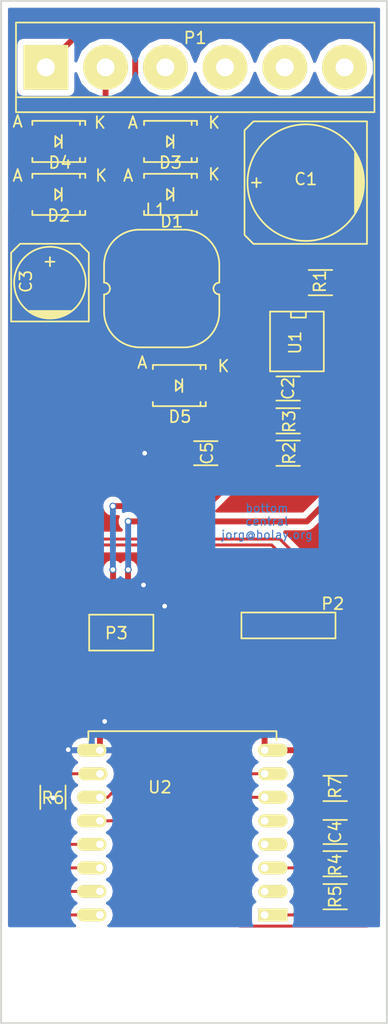
<source format=kicad_pcb>
(kicad_pcb (version 4) (host pcbnew 4.0.4-1.fc24-product)

  (general
    (links 51)
    (no_connects 0)
    (area 132.357 56.474999 166.500001 143.525001)
    (thickness 1.6)
    (drawings 7)
    (tracks 166)
    (zones 0)
    (modules 23)
    (nets 36)
  )

  (page A4)
  (layers
    (0 F.Cu signal)
    (31 B.Cu signal hide)
    (32 B.Adhes user)
    (33 F.Adhes user)
    (34 B.Paste user)
    (35 F.Paste user)
    (36 B.SilkS user)
    (37 F.SilkS user)
    (38 B.Mask user)
    (39 F.Mask user)
    (40 Dwgs.User user)
    (41 Cmts.User user)
    (42 Eco1.User user)
    (43 Eco2.User user)
    (44 Edge.Cuts user)
    (45 Margin user)
    (46 B.CrtYd user)
    (47 F.CrtYd user)
    (48 B.Fab user)
    (49 F.Fab user)
  )

  (setup
    (last_trace_width 0.25)
    (trace_clearance 0.2)
    (zone_clearance 0.508)
    (zone_45_only no)
    (trace_min 0.2)
    (segment_width 0.2)
    (edge_width 0.15)
    (via_size 0.6)
    (via_drill 0.4)
    (via_min_size 0.4)
    (via_min_drill 0.3)
    (uvia_size 0.3)
    (uvia_drill 0.1)
    (uvias_allowed no)
    (uvia_min_size 0.2)
    (uvia_min_drill 0.1)
    (pcb_text_width 0.3)
    (pcb_text_size 1.5 1.5)
    (mod_edge_width 0.15)
    (mod_text_size 1 1)
    (mod_text_width 0.15)
    (pad_size 1.524 1.524)
    (pad_drill 0.762)
    (pad_to_mask_clearance 0.2)
    (aux_axis_origin 0 0)
    (visible_elements FFFFFF7F)
    (pcbplotparams
      (layerselection 0x00030_80000001)
      (usegerberextensions false)
      (excludeedgelayer true)
      (linewidth 0.100000)
      (plotframeref false)
      (viasonmask false)
      (mode 1)
      (useauxorigin false)
      (hpglpennumber 1)
      (hpglpenspeed 20)
      (hpglpendiameter 15)
      (hpglpenoverlay 2)
      (psnegative false)
      (psa4output false)
      (plotreference true)
      (plotvalue true)
      (plotinvisibletext false)
      (padsonsilk false)
      (subtractmaskfromsilk false)
      (outputformat 1)
      (mirror false)
      (drillshape 1)
      (scaleselection 1)
      (outputdirectory ""))
  )

  (net 0 "")
  (net 1 +12V)
  (net 2 GND)
  (net 3 "Net-(C2-Pad1)")
  (net 4 +3V3)
  (net 5 "Net-(C4-Pad1)")
  (net 6 "Net-(C4-Pad2)")
  (net 7 +12VA)
  (net 8 GNDPWR)
  (net 9 "Net-(D5-Pad1)")
  (net 10 "Net-(P1-Pad3)")
  (net 11 "Net-(P1-Pad4)")
  (net 12 "Net-(P1-Pad5)")
  (net 13 "Net-(P1-Pad6)")
  (net 14 "Net-(P2-Pad6)")
  (net 15 "Net-(P2-Pad5)")
  (net 16 "Net-(P2-Pad3)")
  (net 17 "Net-(P2-Pad2)")
  (net 18 "Net-(P3-Pad4)")
  (net 19 "Net-(P3-Pad5)")
  (net 20 "Net-(P3-Pad8)")
  (net 21 "Net-(P3-Pad6)")
  (net 22 "Net-(P3-Pad7)")
  (net 23 "Net-(R1-Pad1)")
  (net 24 "Net-(R2-Pad2)")
  (net 25 "Net-(R5-Pad2)")
  (net 26 "Net-(R6-Pad1)")
  (net 27 "Net-(U2-Pad2)")
  (net 28 "Net-(U2-Pad4)")
  (net 29 "Net-(U2-Pad5)")
  (net 30 "Net-(U2-Pad9)")
  (net 31 "Net-(U2-Pad10)")
  (net 32 "Net-(U2-Pad11)")
  (net 33 "Net-(U2-Pad12)")
  (net 34 "Net-(U2-Pad13)")
  (net 35 "Net-(U2-Pad14)")

  (net_class Default "Dies ist die voreingestellte Netzklasse."
    (clearance 0.2)
    (trace_width 0.25)
    (via_dia 0.6)
    (via_drill 0.4)
    (uvia_dia 0.3)
    (uvia_drill 0.1)
    (add_net "Net-(C2-Pad1)")
    (add_net "Net-(C4-Pad1)")
    (add_net "Net-(C4-Pad2)")
    (add_net "Net-(D5-Pad1)")
    (add_net "Net-(P1-Pad3)")
    (add_net "Net-(P1-Pad4)")
    (add_net "Net-(P1-Pad5)")
    (add_net "Net-(P1-Pad6)")
    (add_net "Net-(P2-Pad2)")
    (add_net "Net-(P2-Pad3)")
    (add_net "Net-(P2-Pad5)")
    (add_net "Net-(P2-Pad6)")
    (add_net "Net-(P3-Pad4)")
    (add_net "Net-(P3-Pad5)")
    (add_net "Net-(P3-Pad6)")
    (add_net "Net-(P3-Pad7)")
    (add_net "Net-(P3-Pad8)")
    (add_net "Net-(R1-Pad1)")
    (add_net "Net-(R2-Pad2)")
    (add_net "Net-(R5-Pad2)")
    (add_net "Net-(R6-Pad1)")
    (add_net "Net-(U2-Pad10)")
    (add_net "Net-(U2-Pad11)")
    (add_net "Net-(U2-Pad12)")
    (add_net "Net-(U2-Pad13)")
    (add_net "Net-(U2-Pad14)")
    (add_net "Net-(U2-Pad2)")
    (add_net "Net-(U2-Pad4)")
    (add_net "Net-(U2-Pad5)")
    (add_net "Net-(U2-Pad9)")
  )

  (net_class power ""
    (clearance 0.3)
    (trace_width 0.5)
    (via_dia 0.6)
    (via_drill 0.4)
    (uvia_dia 0.3)
    (uvia_drill 0.1)
    (add_net +12V)
    (add_net +12VA)
    (add_net +3V3)
    (add_net GND)
    (add_net GNDPWR)
  )

  (module Capacitors_SMD:c_elec_10x10.5 (layer F.Cu) (tedit 583C9331) (tstamp 5839817A)
    (at 159.5 72 180)
    (descr "SMT capacitor, aluminium electrolytic, 10x10.5")
    (path /58278AC0)
    (attr smd)
    (fp_text reference C1 (at 0 0.3 180) (layer F.SilkS)
      (effects (font (size 1 1) (thickness 0.15)))
    )
    (fp_text value 470uF (at 0 6.35 180) (layer F.Fab) hide
      (effects (font (size 1 1) (thickness 0.15)))
    )
    (fp_line (start -6.35 -5.6) (end 6.35 -5.6) (layer F.CrtYd) (width 0.05))
    (fp_line (start 6.35 -5.6) (end 6.35 5.6) (layer F.CrtYd) (width 0.05))
    (fp_line (start 6.35 5.6) (end -6.35 5.6) (layer F.CrtYd) (width 0.05))
    (fp_line (start -6.35 5.6) (end -6.35 -5.6) (layer F.CrtYd) (width 0.05))
    (fp_line (start -4.826 1.016) (end -4.826 -1.016) (layer F.SilkS) (width 0.15))
    (fp_line (start -4.699 -1.397) (end -4.699 1.524) (layer F.SilkS) (width 0.15))
    (fp_line (start -4.572 1.778) (end -4.572 -1.778) (layer F.SilkS) (width 0.15))
    (fp_line (start -4.445 -2.159) (end -4.445 2.159) (layer F.SilkS) (width 0.15))
    (fp_line (start -4.318 2.413) (end -4.318 -2.413) (layer F.SilkS) (width 0.15))
    (fp_line (start -4.191 -2.54) (end -4.191 2.54) (layer F.SilkS) (width 0.15))
    (fp_line (start -5.207 -5.207) (end -5.207 5.207) (layer F.SilkS) (width 0.15))
    (fp_line (start -5.207 5.207) (end 4.445 5.207) (layer F.SilkS) (width 0.15))
    (fp_line (start 4.445 5.207) (end 5.207 4.445) (layer F.SilkS) (width 0.15))
    (fp_line (start 5.207 4.445) (end 5.207 -4.445) (layer F.SilkS) (width 0.15))
    (fp_line (start 5.207 -4.445) (end 4.445 -5.207) (layer F.SilkS) (width 0.15))
    (fp_line (start 4.445 -5.207) (end -5.207 -5.207) (layer F.SilkS) (width 0.15))
    (fp_line (start 4.572 0) (end 3.81 0) (layer F.SilkS) (width 0.15))
    (fp_line (start 4.191 -0.381) (end 4.191 0.381) (layer F.SilkS) (width 0.15))
    (fp_circle (center 0 0) (end 4.953 0) (layer F.SilkS) (width 0.15))
    (pad 1 smd rect (at 4.0005 0 180) (size 4.0005 2.4003) (layers F.Cu F.Paste F.Mask)
      (net 1 +12V))
    (pad 2 smd rect (at -4.0005 0 180) (size 4.0005 2.4003) (layers F.Cu F.Paste F.Mask)
      (net 2 GND))
    (model Capacitors_SMD.3dshapes/c_elec_10x10.5.wrl
      (at (xyz 0 0 0))
      (scale (xyz 1 1 1))
      (rotate (xyz 0 0 0))
    )
  )

  (module Capacitors_SMD:C_1206_HandSoldering (layer F.Cu) (tedit 583C9417) (tstamp 58398180)
    (at 158 89.5)
    (descr "Capacitor SMD 1206, hand soldering")
    (tags "capacitor 1206")
    (path /58278DBD)
    (attr smd)
    (fp_text reference C2 (at 0 0 90) (layer F.SilkS)
      (effects (font (size 1 1) (thickness 0.15)))
    )
    (fp_text value 160pF (at 0 2.3) (layer F.Fab) hide
      (effects (font (size 1 1) (thickness 0.15)))
    )
    (fp_line (start -3.3 -1.15) (end 3.3 -1.15) (layer F.CrtYd) (width 0.05))
    (fp_line (start -3.3 1.15) (end 3.3 1.15) (layer F.CrtYd) (width 0.05))
    (fp_line (start -3.3 -1.15) (end -3.3 1.15) (layer F.CrtYd) (width 0.05))
    (fp_line (start 3.3 -1.15) (end 3.3 1.15) (layer F.CrtYd) (width 0.05))
    (fp_line (start 1 -1.025) (end -1 -1.025) (layer F.SilkS) (width 0.15))
    (fp_line (start -1 1.025) (end 1 1.025) (layer F.SilkS) (width 0.15))
    (pad 1 smd rect (at -2 0) (size 2 1.6) (layers F.Cu F.Paste F.Mask)
      (net 3 "Net-(C2-Pad1)"))
    (pad 2 smd rect (at 2 0) (size 2 1.6) (layers F.Cu F.Paste F.Mask)
      (net 2 GND))
    (model Capacitors_SMD.3dshapes/C_1206_HandSoldering.wrl
      (at (xyz 0 0 0))
      (scale (xyz 1 1 1))
      (rotate (xyz 0 0 0))
    )
  )

  (module Capacitors_SMD:c_elec_6.3x7.7 (layer F.Cu) (tedit 583C9468) (tstamp 58398186)
    (at 137.75 80.5 90)
    (descr "SMT capacitor, aluminium electrolytic, 6.3x7.7")
    (path /58278B49)
    (attr smd)
    (fp_text reference C3 (at 0.1 -2.05 90) (layer F.SilkS)
      (effects (font (size 1 1) (thickness 0.15)))
    )
    (fp_text value 50uF (at 0 4.318 90) (layer F.Fab) hide
      (effects (font (size 1 1) (thickness 0.15)))
    )
    (fp_line (start -4.85 -3.55) (end 4.85 -3.55) (layer F.CrtYd) (width 0.05))
    (fp_line (start 4.85 -3.55) (end 4.85 3.55) (layer F.CrtYd) (width 0.05))
    (fp_line (start 4.85 3.55) (end -4.85 3.55) (layer F.CrtYd) (width 0.05))
    (fp_line (start -4.85 3.55) (end -4.85 -3.55) (layer F.CrtYd) (width 0.05))
    (fp_line (start -2.921 -0.762) (end -2.921 0.762) (layer F.SilkS) (width 0.15))
    (fp_line (start -2.794 1.143) (end -2.794 -1.143) (layer F.SilkS) (width 0.15))
    (fp_line (start -2.667 -1.397) (end -2.667 1.397) (layer F.SilkS) (width 0.15))
    (fp_line (start -2.54 1.651) (end -2.54 -1.651) (layer F.SilkS) (width 0.15))
    (fp_line (start -2.413 -1.778) (end -2.413 1.778) (layer F.SilkS) (width 0.15))
    (fp_line (start -3.302 -3.302) (end -3.302 3.302) (layer F.SilkS) (width 0.15))
    (fp_line (start -3.302 3.302) (end 2.54 3.302) (layer F.SilkS) (width 0.15))
    (fp_line (start 2.54 3.302) (end 3.302 2.54) (layer F.SilkS) (width 0.15))
    (fp_line (start 3.302 2.54) (end 3.302 -2.54) (layer F.SilkS) (width 0.15))
    (fp_line (start 3.302 -2.54) (end 2.54 -3.302) (layer F.SilkS) (width 0.15))
    (fp_line (start 2.54 -3.302) (end -3.302 -3.302) (layer F.SilkS) (width 0.15))
    (fp_line (start 2.159 0) (end 1.397 0) (layer F.SilkS) (width 0.15))
    (fp_line (start 1.778 -0.381) (end 1.778 0.381) (layer F.SilkS) (width 0.15))
    (fp_circle (center 0 0) (end -3.048 0) (layer F.SilkS) (width 0.15))
    (pad 1 smd rect (at 2.75082 0 90) (size 3.59918 1.6002) (layers F.Cu F.Paste F.Mask)
      (net 4 +3V3))
    (pad 2 smd rect (at -2.75082 0 90) (size 3.59918 1.6002) (layers F.Cu F.Paste F.Mask)
      (net 2 GND))
    (model Capacitors_SMD.3dshapes/c_elec_6.3x7.7.wrl
      (at (xyz 0 0 0))
      (scale (xyz 1 1 1))
      (rotate (xyz 0 0 0))
    )
  )

  (module Capacitors_SMD:C_1206_HandSoldering (layer F.Cu) (tedit 583C93D9) (tstamp 5839818C)
    (at 162 127.2 180)
    (descr "Capacitor SMD 1206, hand soldering")
    (tags "capacitor 1206")
    (path /58289485)
    (attr smd)
    (fp_text reference C4 (at 0 0 270) (layer F.SilkS)
      (effects (font (size 1 1) (thickness 0.15)))
    )
    (fp_text value 100nF (at 0 2.3 180) (layer F.Fab) hide
      (effects (font (size 1 1) (thickness 0.15)))
    )
    (fp_line (start -3.3 -1.15) (end 3.3 -1.15) (layer F.CrtYd) (width 0.05))
    (fp_line (start -3.3 1.15) (end 3.3 1.15) (layer F.CrtYd) (width 0.05))
    (fp_line (start -3.3 -1.15) (end -3.3 1.15) (layer F.CrtYd) (width 0.05))
    (fp_line (start 3.3 -1.15) (end 3.3 1.15) (layer F.CrtYd) (width 0.05))
    (fp_line (start 1 -1.025) (end -1 -1.025) (layer F.SilkS) (width 0.15))
    (fp_line (start -1 1.025) (end 1 1.025) (layer F.SilkS) (width 0.15))
    (pad 1 smd rect (at -2 0 180) (size 2 1.6) (layers F.Cu F.Paste F.Mask)
      (net 5 "Net-(C4-Pad1)"))
    (pad 2 smd rect (at 2 0 180) (size 2 1.6) (layers F.Cu F.Paste F.Mask)
      (net 6 "Net-(C4-Pad2)"))
    (model Capacitors_SMD.3dshapes/C_1206_HandSoldering.wrl
      (at (xyz 0 0 0))
      (scale (xyz 1 1 1))
      (rotate (xyz 0 0 0))
    )
  )

  (module Capacitors_SMD:C_1206_HandSoldering (layer F.Cu) (tedit 583C9400) (tstamp 58398192)
    (at 151 95 180)
    (descr "Capacitor SMD 1206, hand soldering")
    (tags "capacitor 1206")
    (path /58397957)
    (attr smd)
    (fp_text reference C5 (at -0.1 0 270) (layer F.SilkS)
      (effects (font (size 1 1) (thickness 0.15)))
    )
    (fp_text value 100nF (at 0 2.3 180) (layer F.Fab) hide
      (effects (font (size 1 1) (thickness 0.15)))
    )
    (fp_line (start -3.3 -1.15) (end 3.3 -1.15) (layer F.CrtYd) (width 0.05))
    (fp_line (start -3.3 1.15) (end 3.3 1.15) (layer F.CrtYd) (width 0.05))
    (fp_line (start -3.3 -1.15) (end -3.3 1.15) (layer F.CrtYd) (width 0.05))
    (fp_line (start 3.3 -1.15) (end 3.3 1.15) (layer F.CrtYd) (width 0.05))
    (fp_line (start 1 -1.025) (end -1 -1.025) (layer F.SilkS) (width 0.15))
    (fp_line (start -1 1.025) (end 1 1.025) (layer F.SilkS) (width 0.15))
    (pad 1 smd rect (at -2 0 180) (size 2 1.6) (layers F.Cu F.Paste F.Mask)
      (net 4 +3V3))
    (pad 2 smd rect (at 2 0 180) (size 2 1.6) (layers F.Cu F.Paste F.Mask)
      (net 2 GND))
    (model Capacitors_SMD.3dshapes/C_1206_HandSoldering.wrl
      (at (xyz 0 0 0))
      (scale (xyz 1 1 1))
      (rotate (xyz 0 0 0))
    )
  )

  (module Diodes_SMD:SMA_Handsoldering (layer F.Cu) (tedit 583C9443) (tstamp 58398198)
    (at 148 73 180)
    (descr "Diode SMA Handsoldering")
    (tags "Diode SMA Handsoldering")
    (path /58396CD9)
    (attr smd)
    (fp_text reference D1 (at -0.1 -2.3 180) (layer F.SilkS)
      (effects (font (size 1 1) (thickness 0.15)))
    )
    (fp_text value RS1MTR (at 0.05 4.4 180) (layer F.Fab) hide
      (effects (font (size 1 1) (thickness 0.15)))
    )
    (fp_line (start -4.5 -2) (end 4.5 -2) (layer F.CrtYd) (width 0.05))
    (fp_line (start 4.5 -2) (end 4.5 2) (layer F.CrtYd) (width 0.05))
    (fp_line (start 4.5 2) (end -4.5 2) (layer F.CrtYd) (width 0.05))
    (fp_line (start -4.5 2) (end -4.5 -2) (layer F.CrtYd) (width 0.05))
    (fp_line (start -0.25 0) (end 0.3 -0.45) (layer F.SilkS) (width 0.15))
    (fp_line (start 0.3 -0.45) (end 0.3 0.45) (layer F.SilkS) (width 0.15))
    (fp_line (start 0.3 0.45) (end -0.25 0) (layer F.SilkS) (width 0.15))
    (fp_line (start -0.25 -0.55) (end -0.25 0.55) (layer F.SilkS) (width 0.15))
    (fp_text user K (at -3.7 1.7 180) (layer F.SilkS)
      (effects (font (size 1 1) (thickness 0.15)))
    )
    (fp_text user A (at 3.6 1.6 180) (layer F.SilkS)
      (effects (font (size 1 1) (thickness 0.15)))
    )
    (fp_line (start -1.79914 1.75006) (end -1.79914 1.39954) (layer F.SilkS) (width 0.15))
    (fp_line (start -1.79914 -1.75006) (end -1.79914 -1.39954) (layer F.SilkS) (width 0.15))
    (fp_line (start 2.25044 1.75006) (end 2.25044 1.39954) (layer F.SilkS) (width 0.15))
    (fp_line (start -2.25044 1.75006) (end -2.25044 1.39954) (layer F.SilkS) (width 0.15))
    (fp_line (start -2.25044 -1.75006) (end -2.25044 -1.39954) (layer F.SilkS) (width 0.15))
    (fp_line (start 2.25044 -1.75006) (end 2.25044 -1.39954) (layer F.SilkS) (width 0.15))
    (fp_line (start -2.25044 1.75006) (end 2.25044 1.75006) (layer F.SilkS) (width 0.15))
    (fp_line (start -2.25044 -1.75006) (end 2.25044 -1.75006) (layer F.SilkS) (width 0.15))
    (pad 1 smd rect (at -2.49936 0 180) (size 3.50012 1.80086) (layers F.Cu F.Paste F.Mask)
      (net 1 +12V))
    (pad 2 smd rect (at 2.49936 0 180) (size 3.50012 1.80086) (layers F.Cu F.Paste F.Mask)
      (net 7 +12VA))
    (model Diodes_SMD.3dshapes/SMA_Handsoldering.wrl
      (at (xyz 0 0 0))
      (scale (xyz 0.3937 0.3937 0.3937))
      (rotate (xyz 0 0 180))
    )
  )

  (module Diodes_SMD:SMA_Handsoldering (layer F.Cu) (tedit 583C9464) (tstamp 5839819E)
    (at 138.5 73 180)
    (descr "Diode SMA Handsoldering")
    (tags "Diode SMA Handsoldering")
    (path /58396D34)
    (attr smd)
    (fp_text reference D2 (at 0 -1.8 180) (layer F.SilkS)
      (effects (font (size 1 1) (thickness 0.15)))
    )
    (fp_text value RS1MTR (at 0.05 4.4 180) (layer F.Fab) hide
      (effects (font (size 1 1) (thickness 0.15)))
    )
    (fp_line (start -4.5 -2) (end 4.5 -2) (layer F.CrtYd) (width 0.05))
    (fp_line (start 4.5 -2) (end 4.5 2) (layer F.CrtYd) (width 0.05))
    (fp_line (start 4.5 2) (end -4.5 2) (layer F.CrtYd) (width 0.05))
    (fp_line (start -4.5 2) (end -4.5 -2) (layer F.CrtYd) (width 0.05))
    (fp_line (start -0.25 0) (end 0.3 -0.45) (layer F.SilkS) (width 0.15))
    (fp_line (start 0.3 -0.45) (end 0.3 0.45) (layer F.SilkS) (width 0.15))
    (fp_line (start 0.3 0.45) (end -0.25 0) (layer F.SilkS) (width 0.15))
    (fp_line (start -0.25 -0.55) (end -0.25 0.55) (layer F.SilkS) (width 0.15))
    (fp_text user K (at -3.6 1.6 180) (layer F.SilkS)
      (effects (font (size 1 1) (thickness 0.15)))
    )
    (fp_text user A (at 3.5 1.6 180) (layer F.SilkS)
      (effects (font (size 1 1) (thickness 0.15)))
    )
    (fp_line (start -1.79914 1.75006) (end -1.79914 1.39954) (layer F.SilkS) (width 0.15))
    (fp_line (start -1.79914 -1.75006) (end -1.79914 -1.39954) (layer F.SilkS) (width 0.15))
    (fp_line (start 2.25044 1.75006) (end 2.25044 1.39954) (layer F.SilkS) (width 0.15))
    (fp_line (start -2.25044 1.75006) (end -2.25044 1.39954) (layer F.SilkS) (width 0.15))
    (fp_line (start -2.25044 -1.75006) (end -2.25044 -1.39954) (layer F.SilkS) (width 0.15))
    (fp_line (start 2.25044 -1.75006) (end 2.25044 -1.39954) (layer F.SilkS) (width 0.15))
    (fp_line (start -2.25044 1.75006) (end 2.25044 1.75006) (layer F.SilkS) (width 0.15))
    (fp_line (start -2.25044 -1.75006) (end 2.25044 -1.75006) (layer F.SilkS) (width 0.15))
    (pad 1 smd rect (at -2.49936 0 180) (size 3.50012 1.80086) (layers F.Cu F.Paste F.Mask)
      (net 7 +12VA))
    (pad 2 smd rect (at 2.49936 0 180) (size 3.50012 1.80086) (layers F.Cu F.Paste F.Mask)
      (net 2 GND))
    (model Diodes_SMD.3dshapes/SMA_Handsoldering.wrl
      (at (xyz 0 0 0))
      (scale (xyz 0.3937 0.3937 0.3937))
      (rotate (xyz 0 0 180))
    )
  )

  (module Diodes_SMD:SMA_Handsoldering (layer F.Cu) (tedit 583C944C) (tstamp 583981A4)
    (at 148 68.5 180)
    (descr "Diode SMA Handsoldering")
    (tags "Diode SMA Handsoldering")
    (path /58278A3D)
    (attr smd)
    (fp_text reference D3 (at 0 -1.8 180) (layer F.SilkS)
      (effects (font (size 1 1) (thickness 0.15)))
    )
    (fp_text value RS1MTR (at 0.05 4.4 180) (layer F.Fab) hide
      (effects (font (size 1 1) (thickness 0.15)))
    )
    (fp_line (start -4.5 -2) (end 4.5 -2) (layer F.CrtYd) (width 0.05))
    (fp_line (start 4.5 -2) (end 4.5 2) (layer F.CrtYd) (width 0.05))
    (fp_line (start 4.5 2) (end -4.5 2) (layer F.CrtYd) (width 0.05))
    (fp_line (start -4.5 2) (end -4.5 -2) (layer F.CrtYd) (width 0.05))
    (fp_line (start -0.25 0) (end 0.3 -0.45) (layer F.SilkS) (width 0.15))
    (fp_line (start 0.3 -0.45) (end 0.3 0.45) (layer F.SilkS) (width 0.15))
    (fp_line (start 0.3 0.45) (end -0.25 0) (layer F.SilkS) (width 0.15))
    (fp_line (start -0.25 -0.55) (end -0.25 0.55) (layer F.SilkS) (width 0.15))
    (fp_text user K (at -3.7 1.6 180) (layer F.SilkS)
      (effects (font (size 1 1) (thickness 0.15)))
    )
    (fp_text user A (at 3.2 1.6 180) (layer F.SilkS)
      (effects (font (size 1 1) (thickness 0.15)))
    )
    (fp_line (start -1.79914 1.75006) (end -1.79914 1.39954) (layer F.SilkS) (width 0.15))
    (fp_line (start -1.79914 -1.75006) (end -1.79914 -1.39954) (layer F.SilkS) (width 0.15))
    (fp_line (start 2.25044 1.75006) (end 2.25044 1.39954) (layer F.SilkS) (width 0.15))
    (fp_line (start -2.25044 1.75006) (end -2.25044 1.39954) (layer F.SilkS) (width 0.15))
    (fp_line (start -2.25044 -1.75006) (end -2.25044 -1.39954) (layer F.SilkS) (width 0.15))
    (fp_line (start 2.25044 -1.75006) (end 2.25044 -1.39954) (layer F.SilkS) (width 0.15))
    (fp_line (start -2.25044 1.75006) (end 2.25044 1.75006) (layer F.SilkS) (width 0.15))
    (fp_line (start -2.25044 -1.75006) (end 2.25044 -1.75006) (layer F.SilkS) (width 0.15))
    (pad 1 smd rect (at -2.49936 0 180) (size 3.50012 1.80086) (layers F.Cu F.Paste F.Mask)
      (net 1 +12V))
    (pad 2 smd rect (at 2.49936 0 180) (size 3.50012 1.80086) (layers F.Cu F.Paste F.Mask)
      (net 8 GNDPWR))
    (model Diodes_SMD.3dshapes/SMA_Handsoldering.wrl
      (at (xyz 0 0 0))
      (scale (xyz 0.3937 0.3937 0.3937))
      (rotate (xyz 0 0 180))
    )
  )

  (module Diodes_SMD:SMA_Handsoldering (layer F.Cu) (tedit 583C945F) (tstamp 583981AA)
    (at 138.5 68.5 180)
    (descr "Diode SMA Handsoldering")
    (tags "Diode SMA Handsoldering")
    (path /58396DA4)
    (attr smd)
    (fp_text reference D4 (at -0.1 -1.8 180) (layer F.SilkS)
      (effects (font (size 1 1) (thickness 0.15)))
    )
    (fp_text value RS1MTR (at 0.05 4.4 180) (layer F.Fab) hide
      (effects (font (size 1 1) (thickness 0.15)))
    )
    (fp_line (start -4.5 -2) (end 4.5 -2) (layer F.CrtYd) (width 0.05))
    (fp_line (start 4.5 -2) (end 4.5 2) (layer F.CrtYd) (width 0.05))
    (fp_line (start 4.5 2) (end -4.5 2) (layer F.CrtYd) (width 0.05))
    (fp_line (start -4.5 2) (end -4.5 -2) (layer F.CrtYd) (width 0.05))
    (fp_line (start -0.25 0) (end 0.3 -0.45) (layer F.SilkS) (width 0.15))
    (fp_line (start 0.3 -0.45) (end 0.3 0.45) (layer F.SilkS) (width 0.15))
    (fp_line (start 0.3 0.45) (end -0.25 0) (layer F.SilkS) (width 0.15))
    (fp_line (start -0.25 -0.55) (end -0.25 0.55) (layer F.SilkS) (width 0.15))
    (fp_text user K (at -3.5 1.6 180) (layer F.SilkS)
      (effects (font (size 1 1) (thickness 0.15)))
    )
    (fp_text user A (at 3.5 1.7 180) (layer F.SilkS)
      (effects (font (size 1 1) (thickness 0.15)))
    )
    (fp_line (start -1.79914 1.75006) (end -1.79914 1.39954) (layer F.SilkS) (width 0.15))
    (fp_line (start -1.79914 -1.75006) (end -1.79914 -1.39954) (layer F.SilkS) (width 0.15))
    (fp_line (start 2.25044 1.75006) (end 2.25044 1.39954) (layer F.SilkS) (width 0.15))
    (fp_line (start -2.25044 1.75006) (end -2.25044 1.39954) (layer F.SilkS) (width 0.15))
    (fp_line (start -2.25044 -1.75006) (end -2.25044 -1.39954) (layer F.SilkS) (width 0.15))
    (fp_line (start 2.25044 -1.75006) (end 2.25044 -1.39954) (layer F.SilkS) (width 0.15))
    (fp_line (start -2.25044 1.75006) (end 2.25044 1.75006) (layer F.SilkS) (width 0.15))
    (fp_line (start -2.25044 -1.75006) (end 2.25044 -1.75006) (layer F.SilkS) (width 0.15))
    (pad 1 smd rect (at -2.49936 0 180) (size 3.50012 1.80086) (layers F.Cu F.Paste F.Mask)
      (net 8 GNDPWR))
    (pad 2 smd rect (at 2.49936 0 180) (size 3.50012 1.80086) (layers F.Cu F.Paste F.Mask)
      (net 2 GND))
    (model Diodes_SMD.3dshapes/SMA_Handsoldering.wrl
      (at (xyz 0 0 0))
      (scale (xyz 0.3937 0.3937 0.3937))
      (rotate (xyz 0 0 180))
    )
  )

  (module Diodes_SMD:SMA_Handsoldering (layer F.Cu) (tedit 583C9429) (tstamp 583981B0)
    (at 148.75 89.25 180)
    (descr "Diode SMA Handsoldering")
    (tags "Diode SMA Handsoldering")
    (path /58278D15)
    (attr smd)
    (fp_text reference D5 (at -0.05 -2.65 180) (layer F.SilkS)
      (effects (font (size 1 1) (thickness 0.15)))
    )
    (fp_text value B140F (at 0.05 4.4 180) (layer F.Fab) hide
      (effects (font (size 1 1) (thickness 0.15)))
    )
    (fp_line (start -4.5 -2) (end 4.5 -2) (layer F.CrtYd) (width 0.05))
    (fp_line (start 4.5 -2) (end 4.5 2) (layer F.CrtYd) (width 0.05))
    (fp_line (start 4.5 2) (end -4.5 2) (layer F.CrtYd) (width 0.05))
    (fp_line (start -4.5 2) (end -4.5 -2) (layer F.CrtYd) (width 0.05))
    (fp_line (start -0.25 0) (end 0.3 -0.45) (layer F.SilkS) (width 0.15))
    (fp_line (start 0.3 -0.45) (end 0.3 0.45) (layer F.SilkS) (width 0.15))
    (fp_line (start 0.3 0.45) (end -0.25 0) (layer F.SilkS) (width 0.15))
    (fp_line (start -0.25 -0.55) (end -0.25 0.55) (layer F.SilkS) (width 0.15))
    (fp_text user K (at -3.75 1.65 180) (layer F.SilkS)
      (effects (font (size 1 1) (thickness 0.15)))
    )
    (fp_text user A (at 3.15 1.95 180) (layer F.SilkS)
      (effects (font (size 1 1) (thickness 0.15)))
    )
    (fp_line (start -1.79914 1.75006) (end -1.79914 1.39954) (layer F.SilkS) (width 0.15))
    (fp_line (start -1.79914 -1.75006) (end -1.79914 -1.39954) (layer F.SilkS) (width 0.15))
    (fp_line (start 2.25044 1.75006) (end 2.25044 1.39954) (layer F.SilkS) (width 0.15))
    (fp_line (start -2.25044 1.75006) (end -2.25044 1.39954) (layer F.SilkS) (width 0.15))
    (fp_line (start -2.25044 -1.75006) (end -2.25044 -1.39954) (layer F.SilkS) (width 0.15))
    (fp_line (start 2.25044 -1.75006) (end 2.25044 -1.39954) (layer F.SilkS) (width 0.15))
    (fp_line (start -2.25044 1.75006) (end 2.25044 1.75006) (layer F.SilkS) (width 0.15))
    (fp_line (start -2.25044 -1.75006) (end 2.25044 -1.75006) (layer F.SilkS) (width 0.15))
    (pad 1 smd rect (at -2.49936 0 180) (size 3.50012 1.80086) (layers F.Cu F.Paste F.Mask)
      (net 9 "Net-(D5-Pad1)"))
    (pad 2 smd rect (at 2.49936 0 180) (size 3.50012 1.80086) (layers F.Cu F.Paste F.Mask)
      (net 2 GND))
    (model Diodes_SMD.3dshapes/SMA_Handsoldering.wrl
      (at (xyz 0 0 0))
      (scale (xyz 0.3937 0.3937 0.3937))
      (rotate (xyz 0 0 180))
    )
  )

  (module bolay:SRN_1060_Power_Inductors (layer F.Cu) (tedit 583C935C) (tstamp 583981B6)
    (at 147.25 81 180)
    (path /58278D4E)
    (fp_text reference L1 (at 0.5 6.7 180) (layer F.SilkS)
      (effects (font (size 1 1) (thickness 0.15)))
    )
    (fp_text value 35uH (at 0 -7 180) (layer F.Fab) hide
      (effects (font (size 1 1) (thickness 0.15)))
    )
    (fp_line (start -4.9 -2) (end -4.9 -0.5) (layer F.SilkS) (width 0.15))
    (fp_line (start -4.9 2.1) (end -4.9 0.5) (layer F.SilkS) (width 0.15))
    (fp_line (start -1.8 5) (end 2 5) (layer F.SilkS) (width 0.15))
    (fp_line (start 4.9 1.95) (end 4.9 0.5) (layer F.SilkS) (width 0.15))
    (fp_line (start 4.9 -1.9) (end 4.9 -0.5) (layer F.SilkS) (width 0.15))
    (fp_line (start -1.9 -5) (end 1.9 -5) (layer F.SilkS) (width 0.15))
    (fp_arc (start -4.9 0) (end -4.9 -0.5) (angle 90) (layer F.SilkS) (width 0.15))
    (fp_arc (start -4.9 0) (end -4.4 0) (angle 90) (layer F.SilkS) (width 0.15))
    (fp_arc (start 4.9 0) (end 4.9 -0.5) (angle -90) (layer F.SilkS) (width 0.15))
    (fp_arc (start 4.9 0) (end 4.4 0) (angle -90) (layer F.SilkS) (width 0.15))
    (fp_arc (start -1.9 -2) (end -4.9 -2) (angle 90) (layer F.SilkS) (width 0.15))
    (fp_arc (start -1.9 2) (end -1.8 5) (angle 90) (layer F.SilkS) (width 0.15))
    (fp_arc (start 1.9 2) (end 4.9 1.95) (angle 90) (layer F.SilkS) (width 0.15))
    (fp_arc (start 1.85 -1.95) (end 1.9 -5) (angle 90) (layer F.SilkS) (width 0.15))
    (pad 2 smd rect (at 3.3 0 180) (size 3.5 10.2) (layers F.Cu F.Paste F.Mask)
      (net 4 +3V3))
    (pad 1 smd rect (at -3.3 0 180) (size 3.5 10.2) (layers F.Cu F.Paste F.Mask)
      (net 9 "Net-(D5-Pad1)"))
  )

  (module Connect:bornier6 (layer F.Cu) (tedit 58397ACA) (tstamp 583981C0)
    (at 150.1 62.2)
    (descr "Bornier d'alimentation 4 pins")
    (tags DEV)
    (path /58398ED0)
    (fp_text reference P1 (at 0 -2.5) (layer F.SilkS)
      (effects (font (size 1 1) (thickness 0.15)))
    )
    (fp_text value CONN_01X06_Power (at 0.25 3.1) (layer F.Fab)
      (effects (font (size 1 1) (thickness 0.15)))
    )
    (fp_line (start -15.24 -3.81) (end -15.24 3.81) (layer F.SilkS) (width 0.15))
    (fp_line (start 15.24 3.81) (end 15.24 -3.81) (layer F.SilkS) (width 0.15))
    (fp_line (start -15.24 2.54) (end 15.24 2.54) (layer F.SilkS) (width 0.15))
    (fp_line (start -15.24 -3.81) (end 15.24 -3.81) (layer F.SilkS) (width 0.15))
    (fp_line (start -15.24 3.81) (end 15.24 3.81) (layer F.SilkS) (width 0.15))
    (pad 2 thru_hole circle (at -7.62 0) (size 3.81 3.81) (drill 1.524) (layers *.Cu *.Mask F.SilkS)
      (net 8 GNDPWR))
    (pad 3 thru_hole circle (at -2.54 0) (size 3.81 3.81) (drill 1.524) (layers *.Cu *.Mask F.SilkS)
      (net 10 "Net-(P1-Pad3)"))
    (pad 1 thru_hole rect (at -12.7 0) (size 3.81 3.81) (drill 1.524) (layers *.Cu *.Mask F.SilkS)
      (net 7 +12VA))
    (pad 4 thru_hole circle (at 2.54 0) (size 3.81 3.81) (drill 1.524) (layers *.Cu *.Mask F.SilkS)
      (net 11 "Net-(P1-Pad4)"))
    (pad 5 thru_hole circle (at 7.62 0) (size 3.81 3.81) (drill 1.524) (layers *.Cu *.Mask F.SilkS)
      (net 12 "Net-(P1-Pad5)"))
    (pad 6 thru_hole circle (at 12.7 0) (size 3.81 3.81) (drill 1.524) (layers *.Cu *.Mask F.SilkS)
      (net 13 "Net-(P1-Pad6)"))
    (model Connect.3dshapes/bornier6.wrl
      (at (xyz 0 0 0))
      (scale (xyz 1 1 1))
      (rotate (xyz 0 0 0))
    )
  )

  (module bolay:6x1pin_50mil_header (layer F.Cu) (tedit 583C93F2) (tstamp 583981CA)
    (at 158.1 109.4 180)
    (path /583999F0)
    (fp_text reference P2 (at -3.7 1.6 180) (layer F.SilkS)
      (effects (font (size 1 1) (thickness 0.15)))
    )
    (fp_text value Conn_ftdi_serial (at 0.2 -3.92 180) (layer F.Fab) hide
      (effects (font (size 1 1) (thickness 0.15)))
    )
    (fp_line (start -3.93 -1.34) (end 4.07 -1.34) (layer F.SilkS) (width 0.15))
    (fp_line (start 4.07 -1.34) (end 4.07 0.86) (layer F.SilkS) (width 0.15))
    (fp_line (start 4.07 0.86) (end -3.93 0.86) (layer F.SilkS) (width 0.15))
    (fp_line (start -3.93 0.86) (end -3.93 -1.34) (layer F.SilkS) (width 0.15))
    (pad 6 smd rect (at 3.23 1.26 180) (size 0.7 2) (layers F.Cu F.Paste F.Mask)
      (net 14 "Net-(P2-Pad6)"))
    (pad 5 smd rect (at 1.96 -1.74 180) (size 0.7 2) (layers F.Cu F.Paste F.Mask)
      (net 15 "Net-(P2-Pad5)"))
    (pad 4 smd rect (at 0.69 1.26 180) (size 0.7 2) (layers F.Cu F.Paste F.Mask)
      (net 5 "Net-(C4-Pad1)"))
    (pad 3 smd rect (at -0.58 -1.74 180) (size 0.7 2) (layers F.Cu F.Paste F.Mask)
      (net 16 "Net-(P2-Pad3)"))
    (pad 2 smd rect (at -1.85 1.26 180) (size 0.7 2) (layers F.Cu F.Paste F.Mask)
      (net 17 "Net-(P2-Pad2)"))
    (pad 1 smd rect (at -3.12 -1.74 180) (size 0.7 2) (layers F.Cu F.Paste F.Mask)
      (net 2 GND))
  )

  (module bolay:4x2pin_50mil_header (layer F.Cu) (tedit 583C93F9) (tstamp 583981D6)
    (at 143.75 110.25 180)
    (path /58278375)
    (fp_text reference P3 (at 0.35 -0.05 180) (layer F.SilkS)
      (effects (font (size 1 1) (thickness 0.15)))
    )
    (fp_text value Conn_jack_conn_board (at 0 -4.318 180) (layer F.Fab) hide
      (effects (font (size 1 1) (thickness 0.15)))
    )
    (fp_line (start -2.794 0) (end -2.794 -1.524) (layer F.SilkS) (width 0.15))
    (fp_line (start -2.794 -1.524) (end 2.667 -1.524) (layer F.SilkS) (width 0.15))
    (fp_line (start 2.667 -1.524) (end 2.667 1.524) (layer F.SilkS) (width 0.15))
    (fp_line (start 2.667 1.524) (end -2.794 1.524) (layer F.SilkS) (width 0.15))
    (fp_line (start -2.794 1.524) (end -2.794 0) (layer F.SilkS) (width 0.15))
    (pad 4 smd rect (at 1.905 2.159 180) (size 0.762 1.8034) (layers F.Cu F.Paste F.Mask)
      (net 18 "Net-(P3-Pad4)"))
    (pad 1 smd rect (at -1.905 2.159 180) (size 0.762 1.8034) (layers F.Cu F.Paste F.Mask)
      (net 2 GND))
    (pad 2 smd rect (at -0.635 2.159 180) (size 0.762 1.8034) (layers F.Cu F.Paste F.Mask)
      (net 1 +12V))
    (pad 3 smd rect (at 0.635 2.159 180) (size 0.762 1.8034) (layers F.Cu F.Paste F.Mask)
      (net 4 +3V3))
    (pad 5 smd rect (at 1.905 -2.159 180) (size 0.762 1.8034) (layers F.Cu F.Paste F.Mask)
      (net 19 "Net-(P3-Pad5)"))
    (pad 8 smd rect (at -1.905 -2.159 180) (size 0.762 1.8034) (layers F.Cu F.Paste F.Mask)
      (net 20 "Net-(P3-Pad8)"))
    (pad 6 smd rect (at 0.635 -2.159 180) (size 0.762 1.8034) (layers F.Cu F.Paste F.Mask)
      (net 21 "Net-(P3-Pad6)"))
    (pad 7 smd rect (at -0.635 -2.159 180) (size 0.762 1.8034) (layers F.Cu F.Paste F.Mask)
      (net 22 "Net-(P3-Pad7)"))
  )

  (module Resistors_SMD:R_1206_HandSoldering (layer F.Cu) (tedit 583C9369) (tstamp 583981E2)
    (at 160.75 80.5)
    (descr "Resistor SMD 1206, hand soldering")
    (tags "resistor 1206")
    (path /58278BB7)
    (attr smd)
    (fp_text reference R1 (at -0.05 -0.1 90) (layer F.SilkS)
      (effects (font (size 1 1) (thickness 0.15)))
    )
    (fp_text value 0.33 (at 0 2.3) (layer F.Fab) hide
      (effects (font (size 1 1) (thickness 0.15)))
    )
    (fp_line (start -3.3 -1.2) (end 3.3 -1.2) (layer F.CrtYd) (width 0.05))
    (fp_line (start -3.3 1.2) (end 3.3 1.2) (layer F.CrtYd) (width 0.05))
    (fp_line (start -3.3 -1.2) (end -3.3 1.2) (layer F.CrtYd) (width 0.05))
    (fp_line (start 3.3 -1.2) (end 3.3 1.2) (layer F.CrtYd) (width 0.05))
    (fp_line (start 1 1.075) (end -1 1.075) (layer F.SilkS) (width 0.15))
    (fp_line (start -1 -1.075) (end 1 -1.075) (layer F.SilkS) (width 0.15))
    (pad 1 smd rect (at -2 0) (size 2 1.7) (layers F.Cu F.Paste F.Mask)
      (net 23 "Net-(R1-Pad1)"))
    (pad 2 smd rect (at 2 0) (size 2 1.7) (layers F.Cu F.Paste F.Mask)
      (net 1 +12V))
    (model Resistors_SMD.3dshapes/R_1206_HandSoldering.wrl
      (at (xyz 0 0 0))
      (scale (xyz 1 1 1))
      (rotate (xyz 0 0 0))
    )
  )

  (module Resistors_SMD:R_1206_HandSoldering (layer F.Cu) (tedit 583C940F) (tstamp 583981EE)
    (at 158 95)
    (descr "Resistor SMD 1206, hand soldering")
    (tags "resistor 1206")
    (path /58278C04)
    (attr smd)
    (fp_text reference R2 (at 0.1 0 90) (layer F.SilkS)
      (effects (font (size 1 1) (thickness 0.15)))
    )
    (fp_text value 18k (at 0 2.3) (layer F.Fab) hide
      (effects (font (size 1 1) (thickness 0.15)))
    )
    (fp_line (start -3.3 -1.2) (end 3.3 -1.2) (layer F.CrtYd) (width 0.05))
    (fp_line (start -3.3 1.2) (end 3.3 1.2) (layer F.CrtYd) (width 0.05))
    (fp_line (start -3.3 -1.2) (end -3.3 1.2) (layer F.CrtYd) (width 0.05))
    (fp_line (start 3.3 -1.2) (end 3.3 1.2) (layer F.CrtYd) (width 0.05))
    (fp_line (start 1 1.075) (end -1 1.075) (layer F.SilkS) (width 0.15))
    (fp_line (start -1 -1.075) (end 1 -1.075) (layer F.SilkS) (width 0.15))
    (pad 1 smd rect (at -2 0) (size 2 1.7) (layers F.Cu F.Paste F.Mask)
      (net 4 +3V3))
    (pad 2 smd rect (at 2 0) (size 2 1.7) (layers F.Cu F.Paste F.Mask)
      (net 24 "Net-(R2-Pad2)"))
    (model Resistors_SMD.3dshapes/R_1206_HandSoldering.wrl
      (at (xyz 0 0 0))
      (scale (xyz 1 1 1))
      (rotate (xyz 0 0 0))
    )
  )

  (module Resistors_SMD:R_1206_HandSoldering (layer F.Cu) (tedit 583C9408) (tstamp 583981FA)
    (at 158 92.25 180)
    (descr "Resistor SMD 1206, hand soldering")
    (tags "resistor 1206")
    (path /58278CCD)
    (attr smd)
    (fp_text reference R3 (at -0.1 -0.05 270) (layer F.SilkS)
      (effects (font (size 1 1) (thickness 0.15)))
    )
    (fp_text value 11k (at 0 2.3 180) (layer F.Fab) hide
      (effects (font (size 1 1) (thickness 0.15)))
    )
    (fp_line (start -3.3 -1.2) (end 3.3 -1.2) (layer F.CrtYd) (width 0.05))
    (fp_line (start -3.3 1.2) (end 3.3 1.2) (layer F.CrtYd) (width 0.05))
    (fp_line (start -3.3 -1.2) (end -3.3 1.2) (layer F.CrtYd) (width 0.05))
    (fp_line (start 3.3 -1.2) (end 3.3 1.2) (layer F.CrtYd) (width 0.05))
    (fp_line (start 1 1.075) (end -1 1.075) (layer F.SilkS) (width 0.15))
    (fp_line (start -1 -1.075) (end 1 -1.075) (layer F.SilkS) (width 0.15))
    (pad 1 smd rect (at -2 0 180) (size 2 1.7) (layers F.Cu F.Paste F.Mask)
      (net 24 "Net-(R2-Pad2)"))
    (pad 2 smd rect (at 2 0 180) (size 2 1.7) (layers F.Cu F.Paste F.Mask)
      (net 2 GND))
    (model Resistors_SMD.3dshapes/R_1206_HandSoldering.wrl
      (at (xyz 0 0 0))
      (scale (xyz 1 1 1))
      (rotate (xyz 0 0 0))
    )
  )

  (module Resistors_SMD:R_1206_HandSoldering (layer F.Cu) (tedit 583C93DE) (tstamp 58398206)
    (at 162 129.9 180)
    (descr "Resistor SMD 1206, hand soldering")
    (tags "resistor 1206")
    (path /58289433)
    (attr smd)
    (fp_text reference R4 (at 0 -0.1 270) (layer F.SilkS)
      (effects (font (size 1 1) (thickness 0.15)))
    )
    (fp_text value 10k (at 0 2.3 180) (layer F.Fab) hide
      (effects (font (size 1 1) (thickness 0.15)))
    )
    (fp_line (start -3.3 -1.2) (end 3.3 -1.2) (layer F.CrtYd) (width 0.05))
    (fp_line (start -3.3 1.2) (end 3.3 1.2) (layer F.CrtYd) (width 0.05))
    (fp_line (start -3.3 -1.2) (end -3.3 1.2) (layer F.CrtYd) (width 0.05))
    (fp_line (start 3.3 -1.2) (end 3.3 1.2) (layer F.CrtYd) (width 0.05))
    (fp_line (start 1 1.075) (end -1 1.075) (layer F.SilkS) (width 0.15))
    (fp_line (start -1 -1.075) (end 1 -1.075) (layer F.SilkS) (width 0.15))
    (pad 1 smd rect (at -2 0 180) (size 2 1.7) (layers F.Cu F.Paste F.Mask)
      (net 4 +3V3))
    (pad 2 smd rect (at 2 0 180) (size 2 1.7) (layers F.Cu F.Paste F.Mask)
      (net 6 "Net-(C4-Pad2)"))
    (model Resistors_SMD.3dshapes/R_1206_HandSoldering.wrl
      (at (xyz 0 0 0))
      (scale (xyz 1 1 1))
      (rotate (xyz 0 0 0))
    )
  )

  (module Resistors_SMD:R_1206_HandSoldering (layer F.Cu) (tedit 583C93E2) (tstamp 58398212)
    (at 162 132.7 180)
    (descr "Resistor SMD 1206, hand soldering")
    (tags "resistor 1206")
    (path /58397D9E)
    (attr smd)
    (fp_text reference R5 (at 0 0 270) (layer F.SilkS)
      (effects (font (size 1 1) (thickness 0.15)))
    )
    (fp_text value 10k (at 0 2.3 180) (layer F.Fab) hide
      (effects (font (size 1 1) (thickness 0.15)))
    )
    (fp_line (start -3.3 -1.2) (end 3.3 -1.2) (layer F.CrtYd) (width 0.05))
    (fp_line (start -3.3 1.2) (end 3.3 1.2) (layer F.CrtYd) (width 0.05))
    (fp_line (start -3.3 -1.2) (end -3.3 1.2) (layer F.CrtYd) (width 0.05))
    (fp_line (start 3.3 -1.2) (end 3.3 1.2) (layer F.CrtYd) (width 0.05))
    (fp_line (start 1 1.075) (end -1 1.075) (layer F.SilkS) (width 0.15))
    (fp_line (start -1 -1.075) (end 1 -1.075) (layer F.SilkS) (width 0.15))
    (pad 1 smd rect (at -2 0 180) (size 2 1.7) (layers F.Cu F.Paste F.Mask)
      (net 4 +3V3))
    (pad 2 smd rect (at 2 0 180) (size 2 1.7) (layers F.Cu F.Paste F.Mask)
      (net 25 "Net-(R5-Pad2)"))
    (model Resistors_SMD.3dshapes/R_1206_HandSoldering.wrl
      (at (xyz 0 0 0))
      (scale (xyz 1 1 1))
      (rotate (xyz 0 0 0))
    )
  )

  (module Resistors_SMD:R_1206_HandSoldering (layer F.Cu) (tedit 583C93CB) (tstamp 5839821E)
    (at 138 124.25 270)
    (descr "Resistor SMD 1206, hand soldering")
    (tags "resistor 1206")
    (path /58398026)
    (attr smd)
    (fp_text reference R6 (at 0.05 0 360) (layer F.SilkS)
      (effects (font (size 1 1) (thickness 0.15)))
    )
    (fp_text value 10k (at 0 2.3 270) (layer F.Fab) hide
      (effects (font (size 1 1) (thickness 0.15)))
    )
    (fp_line (start -3.3 -1.2) (end 3.3 -1.2) (layer F.CrtYd) (width 0.05))
    (fp_line (start -3.3 1.2) (end 3.3 1.2) (layer F.CrtYd) (width 0.05))
    (fp_line (start -3.3 -1.2) (end -3.3 1.2) (layer F.CrtYd) (width 0.05))
    (fp_line (start 3.3 -1.2) (end 3.3 1.2) (layer F.CrtYd) (width 0.05))
    (fp_line (start 1 1.075) (end -1 1.075) (layer F.SilkS) (width 0.15))
    (fp_line (start -1 -1.075) (end 1 -1.075) (layer F.SilkS) (width 0.15))
    (pad 1 smd rect (at -2 0 270) (size 2 1.7) (layers F.Cu F.Paste F.Mask)
      (net 26 "Net-(R6-Pad1)"))
    (pad 2 smd rect (at 2 0 270) (size 2 1.7) (layers F.Cu F.Paste F.Mask)
      (net 2 GND))
    (model Resistors_SMD.3dshapes/R_1206_HandSoldering.wrl
      (at (xyz 0 0 0))
      (scale (xyz 1 1 1))
      (rotate (xyz 0 0 0))
    )
  )

  (module Resistors_SMD:R_1206_HandSoldering (layer F.Cu) (tedit 583C93D3) (tstamp 5839822A)
    (at 162 123.5)
    (descr "Resistor SMD 1206, hand soldering")
    (tags "resistor 1206")
    (path /583980EC)
    (attr smd)
    (fp_text reference R7 (at 0 -0.1 90) (layer F.SilkS)
      (effects (font (size 1 1) (thickness 0.15)))
    )
    (fp_text value 10k (at 0 2.3) (layer F.Fab) hide
      (effects (font (size 1 1) (thickness 0.15)))
    )
    (fp_line (start -3.3 -1.2) (end 3.3 -1.2) (layer F.CrtYd) (width 0.05))
    (fp_line (start -3.3 1.2) (end 3.3 1.2) (layer F.CrtYd) (width 0.05))
    (fp_line (start -3.3 -1.2) (end -3.3 1.2) (layer F.CrtYd) (width 0.05))
    (fp_line (start 3.3 -1.2) (end 3.3 1.2) (layer F.CrtYd) (width 0.05))
    (fp_line (start 1 1.075) (end -1 1.075) (layer F.SilkS) (width 0.15))
    (fp_line (start -1 -1.075) (end 1 -1.075) (layer F.SilkS) (width 0.15))
    (pad 1 smd rect (at -2 0) (size 2 1.7) (layers F.Cu F.Paste F.Mask)
      (net 4 +3V3))
    (pad 2 smd rect (at 2 0) (size 2 1.7) (layers F.Cu F.Paste F.Mask)
      (net 5 "Net-(C4-Pad1)"))
    (model Resistors_SMD.3dshapes/R_1206_HandSoldering.wrl
      (at (xyz 0 0 0))
      (scale (xyz 1 1 1))
      (rotate (xyz 0 0 0))
    )
  )

  (module SMD_Packages:SOIC-8-N (layer F.Cu) (tedit 583C941C) (tstamp 58398236)
    (at 158.75 85.5 270)
    (descr "Module Narrow CMS SOJ 8 pins large")
    (tags "CMS SOJ")
    (path /5827884A)
    (attr smd)
    (fp_text reference U1 (at 0.1 0.15 270) (layer F.SilkS)
      (effects (font (size 1 1) (thickness 0.15)))
    )
    (fp_text value MC34063 (at 0 1.27 270) (layer F.Fab) hide
      (effects (font (size 1 1) (thickness 0.15)))
    )
    (fp_line (start -2.54 -2.286) (end 2.54 -2.286) (layer F.SilkS) (width 0.15))
    (fp_line (start 2.54 -2.286) (end 2.54 2.286) (layer F.SilkS) (width 0.15))
    (fp_line (start 2.54 2.286) (end -2.54 2.286) (layer F.SilkS) (width 0.15))
    (fp_line (start -2.54 2.286) (end -2.54 -2.286) (layer F.SilkS) (width 0.15))
    (fp_line (start -2.54 -0.762) (end -2.032 -0.762) (layer F.SilkS) (width 0.15))
    (fp_line (start -2.032 -0.762) (end -2.032 0.508) (layer F.SilkS) (width 0.15))
    (fp_line (start -2.032 0.508) (end -2.54 0.508) (layer F.SilkS) (width 0.15))
    (pad 8 smd rect (at -1.905 -3.175 270) (size 0.508 1.143) (layers F.Cu F.Paste F.Mask)
      (net 23 "Net-(R1-Pad1)"))
    (pad 7 smd rect (at -0.635 -3.175 270) (size 0.508 1.143) (layers F.Cu F.Paste F.Mask)
      (net 23 "Net-(R1-Pad1)"))
    (pad 6 smd rect (at 0.635 -3.175 270) (size 0.508 1.143) (layers F.Cu F.Paste F.Mask)
      (net 1 +12V))
    (pad 5 smd rect (at 1.905 -3.175 270) (size 0.508 1.143) (layers F.Cu F.Paste F.Mask)
      (net 24 "Net-(R2-Pad2)"))
    (pad 4 smd rect (at 1.905 3.175 270) (size 0.508 1.143) (layers F.Cu F.Paste F.Mask)
      (net 2 GND))
    (pad 3 smd rect (at 0.635 3.175 270) (size 0.508 1.143) (layers F.Cu F.Paste F.Mask)
      (net 3 "Net-(C2-Pad1)"))
    (pad 2 smd rect (at -0.635 3.175 270) (size 0.508 1.143) (layers F.Cu F.Paste F.Mask)
      (net 9 "Net-(D5-Pad1)"))
    (pad 1 smd rect (at -1.905 3.175 270) (size 0.508 1.143) (layers F.Cu F.Paste F.Mask)
      (net 23 "Net-(R1-Pad1)"))
    (model SMD_Packages.3dshapes/SOIC-8-N.wrl
      (at (xyz 0 0 0))
      (scale (xyz 0.5 0.38 0.5))
      (rotate (xyz 0 0 0))
    )
  )

  (module ESP8266:ESP-12E (layer F.Cu) (tedit 583C93E9) (tstamp 58398264)
    (at 156 134.25 180)
    (descr "Module, ESP-8266, ESP-12, 16 pad, SMD")
    (tags "Module ESP-8266 ESP8266")
    (path /58278344)
    (fp_text reference U2 (at 8.9 10.85 180) (layer F.SilkS)
      (effects (font (size 1 1) (thickness 0.15)))
    )
    (fp_text value ESP-12E (at 8 1 180) (layer F.Fab)
      (effects (font (size 1 1) (thickness 0.15)))
    )
    (fp_line (start -2.25 -0.5) (end -2.25 -8.75) (layer F.CrtYd) (width 0.05))
    (fp_line (start -2.25 -8.75) (end 15.25 -8.75) (layer F.CrtYd) (width 0.05))
    (fp_line (start 15.25 -8.75) (end 16.25 -8.75) (layer F.CrtYd) (width 0.05))
    (fp_line (start 16.25 -8.75) (end 16.25 16) (layer F.CrtYd) (width 0.05))
    (fp_line (start 16.25 16) (end -2.25 16) (layer F.CrtYd) (width 0.05))
    (fp_line (start -2.25 16) (end -2.25 -0.5) (layer F.CrtYd) (width 0.05))
    (fp_line (start -1.016 -8.382) (end 14.986 -8.382) (layer F.CrtYd) (width 0.1524))
    (fp_line (start 14.986 -8.382) (end 14.986 -0.889) (layer F.CrtYd) (width 0.1524))
    (fp_line (start -1.016 -8.382) (end -1.016 -1.016) (layer F.CrtYd) (width 0.1524))
    (fp_line (start -1.016 14.859) (end -1.016 15.621) (layer F.SilkS) (width 0.1524))
    (fp_line (start -1.016 15.621) (end 14.986 15.621) (layer F.SilkS) (width 0.1524))
    (fp_line (start 14.986 15.621) (end 14.986 14.859) (layer F.SilkS) (width 0.1524))
    (fp_line (start 14.992 -8.4) (end -1.008 -2.6) (layer F.CrtYd) (width 0.1524))
    (fp_line (start -1.008 -8.4) (end 14.992 -2.6) (layer F.CrtYd) (width 0.1524))
    (fp_text user "No Copper" (at 6.892 -5.4 180) (layer F.CrtYd)
      (effects (font (size 1 1) (thickness 0.15)))
    )
    (fp_line (start -1.008 -2.6) (end 14.992 -2.6) (layer F.CrtYd) (width 0.1524))
    (fp_line (start 15 -8.4) (end 15 15.6) (layer F.Fab) (width 0.05))
    (fp_line (start 14.992 15.6) (end -1.008 15.6) (layer F.Fab) (width 0.05))
    (fp_line (start -1.008 15.6) (end -1.008 -8.4) (layer F.Fab) (width 0.05))
    (fp_line (start -1.008 -8.4) (end 14.992 -8.4) (layer F.Fab) (width 0.05))
    (pad 1 thru_hole rect (at 0 0 180) (size 2.5 1.1) (drill 0.65 (offset -0.7 0)) (layers *.Cu *.Mask F.SilkS)
      (net 25 "Net-(R5-Pad2)"))
    (pad 2 thru_hole oval (at 0 2 180) (size 2.5 1.1) (drill 0.65 (offset -0.7 0)) (layers *.Cu *.Mask F.SilkS)
      (net 27 "Net-(U2-Pad2)"))
    (pad 3 thru_hole oval (at 0 4 180) (size 2.5 1.1) (drill 0.65 (offset -0.7 0)) (layers *.Cu *.Mask F.SilkS)
      (net 6 "Net-(C4-Pad2)"))
    (pad 4 thru_hole oval (at 0 6 180) (size 2.5 1.1) (drill 0.65 (offset -0.7 0)) (layers *.Cu *.Mask F.SilkS)
      (net 28 "Net-(U2-Pad4)"))
    (pad 5 thru_hole oval (at 0 8 180) (size 2.5 1.1) (drill 0.65 (offset -0.7 0)) (layers *.Cu *.Mask F.SilkS)
      (net 29 "Net-(U2-Pad5)"))
    (pad 6 thru_hole oval (at 0 10 180) (size 2.5 1.1) (drill 0.65 (offset -0.7 0)) (layers *.Cu *.Mask F.SilkS)
      (net 20 "Net-(P3-Pad8)"))
    (pad 7 thru_hole oval (at 0 12 180) (size 2.5 1.1) (drill 0.65 (offset -0.7 0)) (layers *.Cu *.Mask F.SilkS)
      (net 22 "Net-(P3-Pad7)"))
    (pad 8 thru_hole oval (at 0 14 180) (size 2.5 1.1) (drill 0.65 (offset -0.7 0)) (layers *.Cu *.Mask F.SilkS)
      (net 4 +3V3))
    (pad 9 smd oval (at 1.99 15.75 270) (size 2.4 1.1) (layers F.Cu F.Paste F.Mask)
      (net 30 "Net-(U2-Pad9)"))
    (pad 10 smd oval (at 3.99 15.75 270) (size 2.4 1.1) (layers F.Cu F.Paste F.Mask)
      (net 31 "Net-(U2-Pad10)"))
    (pad 11 smd oval (at 5.99 15.75 270) (size 2.4 1.1) (layers F.Cu F.Paste F.Mask)
      (net 32 "Net-(U2-Pad11)"))
    (pad 12 smd oval (at 7.99 15.75 270) (size 2.4 1.1) (layers F.Cu F.Paste F.Mask)
      (net 33 "Net-(U2-Pad12)"))
    (pad 13 smd oval (at 9.99 15.75 270) (size 2.4 1.1) (layers F.Cu F.Paste F.Mask)
      (net 34 "Net-(U2-Pad13)"))
    (pad 14 smd oval (at 11.99 15.75 270) (size 2.4 1.1) (layers F.Cu F.Paste F.Mask)
      (net 35 "Net-(U2-Pad14)"))
    (pad 15 thru_hole oval (at 14 14 180) (size 2.5 1.1) (drill 0.65 (offset 0.7 0)) (layers *.Cu *.Mask F.SilkS)
      (net 2 GND))
    (pad 16 thru_hole oval (at 14 12 180) (size 2.5 1.1) (drill 0.65 (offset 0.6 0)) (layers *.Cu *.Mask F.SilkS)
      (net 26 "Net-(R6-Pad1)"))
    (pad 17 thru_hole oval (at 14 10 180) (size 2.5 1.1) (drill 0.65 (offset 0.7 0)) (layers *.Cu *.Mask F.SilkS)
      (net 21 "Net-(P3-Pad6)"))
    (pad 18 thru_hole oval (at 14 8 180) (size 2.5 1.1) (drill 0.65 (offset 0.7 0)) (layers *.Cu *.Mask F.SilkS)
      (net 5 "Net-(C4-Pad1)"))
    (pad 19 thru_hole oval (at 14 6 180) (size 2.5 1.1) (drill 0.65 (offset 0.7 0)) (layers *.Cu *.Mask F.SilkS)
      (net 19 "Net-(P3-Pad5)"))
    (pad 20 thru_hole oval (at 14 4 180) (size 2.5 1.1) (drill 0.65 (offset 0.7 0)) (layers *.Cu *.Mask F.SilkS)
      (net 18 "Net-(P3-Pad4)"))
    (pad 21 thru_hole oval (at 14 2 180) (size 2.5 1.1) (drill 0.65 (offset 0.7 0)) (layers *.Cu *.Mask F.SilkS)
      (net 16 "Net-(P2-Pad3)"))
    (pad 22 thru_hole oval (at 14 0 180) (size 2.5 1.1) (drill 0.65 (offset 0.7 0)) (layers *.Cu *.Mask F.SilkS)
      (net 17 "Net-(P2-Pad2)"))
    (model ${ESPLIB}/ESP8266.3dshapes/ESP-12.wrl
      (at (xyz 0.04 0 0))
      (scale (xyz 0.3937 0.3937 0.3937))
      (rotate (xyz 0 0 0))
    )
  )

  (gr_text "bottom\ncentral\njorg@bolay.org" (at 156.2 100.8) (layer B.Cu)
    (effects (font (size 0.7 0.7) (thickness 0.1)))
  )
  (gr_text "top\ncentral" (at 137.4 94.3) (layer F.Cu)
    (effects (font (size 0.7 0.7) (thickness 0.1)))
  )
  (gr_line (start 166.4 143.45) (end 166.4 100) (angle 90) (layer Edge.Cuts) (width 0.15))
  (gr_line (start 133.6 143.45) (end 166.4 143.45) (angle 90) (layer Edge.Cuts) (width 0.15))
  (gr_line (start 133.6 56.55) (end 133.6 143.45) (angle 90) (layer Edge.Cuts) (width 0.15))
  (gr_line (start 166.4 56.55) (end 133.6 56.55) (angle 90) (layer Edge.Cuts) (width 0.15))
  (gr_line (start 166.4 100) (end 166.4 56.55) (angle 90) (layer Edge.Cuts) (width 0.15))

  (segment (start 144.385 108.091) (end 144.385 104.915) (width 0.5) (layer F.Cu) (net 1))
  (segment (start 163.7 96.7) (end 163.7 85.8) (width 0.5) (layer F.Cu) (net 1) (tstamp 58399B57))
  (segment (start 159.6 100.8) (end 163.7 96.7) (width 0.5) (layer F.Cu) (net 1) (tstamp 58399B50))
  (segment (start 144.4 100.8) (end 159.6 100.8) (width 0.5) (layer F.Cu) (net 1) (tstamp 58399B4F))
  (via (at 144.4 100.8) (size 0.6) (drill 0.4) (layers F.Cu B.Cu) (net 1))
  (segment (start 144.4 104.9) (end 144.4 100.8) (width 0.5) (layer B.Cu) (net 1) (tstamp 58399B4A))
  (via (at 144.4 104.9) (size 0.6) (drill 0.4) (layers F.Cu B.Cu) (net 1))
  (segment (start 144.385 104.915) (end 144.4 104.9) (width 0.5) (layer F.Cu) (net 1) (tstamp 58399B44))
  (segment (start 162.75 80.5) (end 162.75 81) (width 0.5) (layer F.Cu) (net 1))
  (segment (start 162.75 81) (end 163.75 82) (width 0.5) (layer F.Cu) (net 1) (tstamp 58399479))
  (segment (start 163.365 86.135) (end 161.925 86.135) (width 0.5) (layer F.Cu) (net 1) (tstamp 5839947F))
  (segment (start 163.75 85.75) (end 163.7 85.8) (width 0.5) (layer F.Cu) (net 1) (tstamp 5839947D))
  (segment (start 163.7 85.8) (end 163.365 86.135) (width 0.5) (layer F.Cu) (net 1) (tstamp 58399B63))
  (segment (start 163.75 82) (end 163.75 85.75) (width 0.5) (layer F.Cu) (net 1) (tstamp 5839947C))
  (segment (start 162.75 80.5) (end 162.75 79.5) (width 0.5) (layer F.Cu) (net 1))
  (segment (start 162.75 79.5) (end 155.4995 72.2495) (width 0.5) (layer F.Cu) (net 1) (tstamp 5839944C))
  (segment (start 155.4995 72.2495) (end 155.4995 72) (width 0.5) (layer F.Cu) (net 1) (tstamp 5839944E))
  (segment (start 150.49936 73) (end 154.4995 73) (width 0.5) (layer F.Cu) (net 1))
  (segment (start 154.4995 73) (end 155.4995 72) (width 0.5) (layer F.Cu) (net 1) (tstamp 58399449))
  (segment (start 150.49936 68.5) (end 150.49936 73) (width 0.5) (layer F.Cu) (net 1) (status 20))
  (segment (start 145.655 108.091) (end 145.655 106.245) (width 0.5) (layer F.Cu) (net 2))
  (segment (start 145.8 95) (end 149 95) (width 0.5) (layer F.Cu) (net 2) (tstamp 58399B2E))
  (via (at 145.8 95) (size 0.6) (drill 0.4) (layers F.Cu B.Cu) (net 2))
  (segment (start 145.8 106.1) (end 145.8 95) (width 0.5) (layer B.Cu) (net 2) (tstamp 58399B27))
  (segment (start 145.7 106.2) (end 145.8 106.1) (width 0.5) (layer B.Cu) (net 2) (tstamp 58399B26))
  (via (at 145.7 106.2) (size 0.6) (drill 0.4) (layers F.Cu B.Cu) (net 2))
  (segment (start 145.655 106.245) (end 145.7 106.2) (width 0.5) (layer F.Cu) (net 2) (tstamp 58399B21))
  (segment (start 142 120.25) (end 142 118.2) (width 0.5) (layer F.Cu) (net 2))
  (segment (start 147.409 108.091) (end 145.655 108.091) (width 0.5) (layer F.Cu) (net 2) (tstamp 58399B19))
  (segment (start 147.5 108) (end 147.409 108.091) (width 0.5) (layer F.Cu) (net 2) (tstamp 58399B18))
  (via (at 147.5 108) (size 0.6) (drill 0.4) (layers F.Cu B.Cu) (net 2))
  (segment (start 147.5 112.7) (end 147.5 108) (width 0.5) (layer B.Cu) (net 2) (tstamp 58399B0C))
  (segment (start 142.4 117.8) (end 147.5 112.7) (width 0.5) (layer B.Cu) (net 2) (tstamp 58399B0B))
  (via (at 142.4 117.8) (size 0.6) (drill 0.4) (layers F.Cu B.Cu) (net 2))
  (segment (start 142 118.2) (end 142.4 117.8) (width 0.5) (layer F.Cu) (net 2) (tstamp 58399B03))
  (segment (start 138 126.25) (end 138 124.3) (width 0.5) (layer F.Cu) (net 2))
  (segment (start 139.35 120.25) (end 142 120.25) (width 0.5) (layer F.Cu) (net 2) (tstamp 58399AFA))
  (segment (start 139.3 120.2) (end 139.35 120.25) (width 0.5) (layer F.Cu) (net 2) (tstamp 58399AF9))
  (via (at 139.3 120.2) (size 0.6) (drill 0.4) (layers F.Cu B.Cu) (net 2))
  (segment (start 139.3 123) (end 139.3 120.2) (width 0.5) (layer B.Cu) (net 2) (tstamp 58399AF4))
  (segment (start 138 124.3) (end 139.3 123) (width 0.5) (layer B.Cu) (net 2) (tstamp 58399AF3))
  (via (at 138 124.3) (size 0.6) (drill 0.4) (layers F.Cu B.Cu) (net 2))
  (segment (start 155.575 86.135) (end 154.615 86.135) (width 0.25) (layer F.Cu) (net 3))
  (segment (start 154 88.5) (end 155 89.5) (width 0.25) (layer F.Cu) (net 3) (tstamp 5839951C))
  (segment (start 154 86.75) (end 154 88.5) (width 0.25) (layer F.Cu) (net 3) (tstamp 5839951A))
  (segment (start 154.615 86.135) (end 154 86.75) (width 0.25) (layer F.Cu) (net 3) (tstamp 58399516))
  (segment (start 155 89.5) (end 156 89.5) (width 0.25) (layer F.Cu) (net 3) (tstamp 5839951E))
  (segment (start 143.115 108.091) (end 143.115 104.915) (width 0.5) (layer F.Cu) (net 4))
  (segment (start 153 97.6) (end 153 95) (width 0.5) (layer F.Cu) (net 4) (tstamp 58399B7A))
  (segment (start 151.1 99.5) (end 153 97.6) (width 0.5) (layer F.Cu) (net 4) (tstamp 58399B77))
  (segment (start 143.1 99.5) (end 151.1 99.5) (width 0.5) (layer F.Cu) (net 4) (tstamp 58399B76))
  (via (at 143.1 99.5) (size 0.6) (drill 0.4) (layers F.Cu B.Cu) (net 4))
  (segment (start 143.1 104.9) (end 143.1 99.5) (width 0.5) (layer B.Cu) (net 4) (tstamp 58399B6D))
  (via (at 143.1 104.9) (size 0.6) (drill 0.4) (layers F.Cu B.Cu) (net 4))
  (segment (start 143.115 104.915) (end 143.1 104.9) (width 0.5) (layer F.Cu) (net 4) (tstamp 58399B69))
  (segment (start 156 120.25) (end 156 117) (width 0.5) (layer F.Cu) (net 4))
  (segment (start 143.115 109.215) (end 143.115 108.091) (width 0.5) (layer F.Cu) (net 4) (tstamp 58399A26))
  (segment (start 143.9 110) (end 143.115 109.215) (width 0.5) (layer F.Cu) (net 4) (tstamp 58399A25))
  (segment (start 149 110) (end 143.9 110) (width 0.5) (layer F.Cu) (net 4) (tstamp 58399A1E))
  (segment (start 156 117) (end 149 110) (width 0.5) (layer F.Cu) (net 4) (tstamp 58399A19))
  (segment (start 164 132.7) (end 164 129.9) (width 0.5) (layer F.Cu) (net 4))
  (segment (start 164 129.9) (end 162 127.9) (width 0.5) (layer F.Cu) (net 4) (tstamp 58399992))
  (segment (start 162 127.9) (end 162 125.5) (width 0.5) (layer F.Cu) (net 4) (tstamp 58399993))
  (segment (start 162 125.5) (end 160 123.5) (width 0.5) (layer F.Cu) (net 4) (tstamp 5839999D))
  (segment (start 160 123.5) (end 160 121.5) (width 0.5) (layer F.Cu) (net 4))
  (segment (start 158.75 120.25) (end 156 120.25) (width 0.5) (layer F.Cu) (net 4) (tstamp 58399919))
  (segment (start 160 121.5) (end 158.75 120.25) (width 0.5) (layer F.Cu) (net 4) (tstamp 58399916))
  (segment (start 153 95) (end 153 94) (width 0.5) (layer F.Cu) (net 4))
  (segment (start 153 94) (end 151.5 92.5) (width 0.5) (layer F.Cu) (net 4) (tstamp 58399502))
  (segment (start 151.5 92.5) (end 144 92.5) (width 0.5) (layer F.Cu) (net 4) (tstamp 58399503))
  (segment (start 144 92.5) (end 142.75 91.25) (width 0.5) (layer F.Cu) (net 4) (tstamp 58399505))
  (segment (start 142.75 91.25) (end 142.75 87.75) (width 0.5) (layer F.Cu) (net 4) (tstamp 58399507))
  (segment (start 142.75 87.75) (end 143.95 86.55) (width 0.5) (layer F.Cu) (net 4) (tstamp 5839950B))
  (segment (start 143.95 86.55) (end 143.95 81) (width 0.5) (layer F.Cu) (net 4) (tstamp 5839950C))
  (segment (start 156 95) (end 153 95) (width 0.5) (layer F.Cu) (net 4))
  (segment (start 137.75 77.74918) (end 140.69918 77.74918) (width 0.5) (layer F.Cu) (net 4))
  (segment (start 140.69918 77.74918) (end 143.95 81) (width 0.5) (layer F.Cu) (net 4) (tstamp 58399469))
  (segment (start 157.41 108.14) (end 157.41 113.81) (width 0.25) (layer F.Cu) (net 5))
  (segment (start 164 120.4) (end 164 123.5) (width 0.25) (layer F.Cu) (net 5) (tstamp 58399A61))
  (segment (start 157.41 113.81) (end 164 120.4) (width 0.25) (layer F.Cu) (net 5) (tstamp 58399A5C))
  (segment (start 164 127.2) (end 164 123.5) (width 0.25) (layer F.Cu) (net 5))
  (segment (start 164 127.2) (end 164.6 127.2) (width 0.25) (layer F.Cu) (net 5))
  (segment (start 164.6 127.2) (end 165.7 128.3) (width 0.25) (layer F.Cu) (net 5) (tstamp 583999AE))
  (segment (start 165.7 128.3) (end 165.7 134.2) (width 0.25) (layer F.Cu) (net 5) (tstamp 583999AF))
  (segment (start 165.7 134.2) (end 164.7 135.2) (width 0.25) (layer F.Cu) (net 5) (tstamp 583999B7))
  (segment (start 164.7 135.2) (end 153.9 135.2) (width 0.25) (layer F.Cu) (net 5) (tstamp 583999BB))
  (segment (start 153.9 135.2) (end 144.95 126.25) (width 0.25) (layer F.Cu) (net 5) (tstamp 583999C1))
  (segment (start 144.95 126.25) (end 142 126.25) (width 0.25) (layer F.Cu) (net 5) (tstamp 583999CF))
  (segment (start 164 127) (end 164.6 127) (width 0.5) (layer F.Cu) (net 5))
  (segment (start 160 127.2) (end 160 129.9) (width 0.25) (layer F.Cu) (net 6))
  (segment (start 160 129.9) (end 159.65 130.25) (width 0.25) (layer F.Cu) (net 6) (tstamp 583999A1))
  (segment (start 159.65 130.25) (end 156 130.25) (width 0.25) (layer F.Cu) (net 6) (tstamp 583999A2))
  (segment (start 137.4 62.2) (end 137.4 62.1) (width 0.5) (layer F.Cu) (net 7))
  (segment (start 137.4 62.1) (end 140.6 58.9) (width 0.5) (layer F.Cu) (net 7) (tstamp 58398504))
  (segment (start 148 70.50064) (end 145.50064 73) (width 0.5) (layer F.Cu) (net 7) (tstamp 5839850D))
  (segment (start 148 66.9) (end 148 70.50064) (width 0.5) (layer F.Cu) (net 7) (tstamp 5839850B))
  (segment (start 145 63.9) (end 148 66.9) (width 0.5) (layer F.Cu) (net 7) (tstamp 58398509))
  (segment (start 145 60.7) (end 145 63.9) (width 0.5) (layer F.Cu) (net 7) (tstamp 58398508))
  (segment (start 143.2 58.9) (end 145 60.7) (width 0.5) (layer F.Cu) (net 7) (tstamp 58398507))
  (segment (start 140.6 58.9) (end 143.2 58.9) (width 0.5) (layer F.Cu) (net 7) (tstamp 58398505))
  (segment (start 145.50064 73) (end 140.99936 73) (width 0.5) (layer F.Cu) (net 7) (status 10))
  (segment (start 140.99936 68.5) (end 145.50064 68.5) (width 0.5) (layer F.Cu) (net 8))
  (segment (start 142.48 62.2) (end 142.48 64.82) (width 0.5) (layer F.Cu) (net 8))
  (segment (start 140.99936 66.30064) (end 140.99936 68.5) (width 0.5) (layer F.Cu) (net 8) (tstamp 58398513))
  (segment (start 142.48 64.82) (end 140.99936 66.30064) (width 0.5) (layer F.Cu) (net 8) (tstamp 58398512))
  (segment (start 141.68 67.81936) (end 142.36064 68.5) (width 0.5) (layer F.Cu) (net 8) (tstamp 5839848A) (status 30))
  (segment (start 151.24936 89.25) (end 151.24936 81.69936) (width 0.25) (layer F.Cu) (net 9))
  (segment (start 151.24936 81.69936) (end 150.55 81) (width 0.25) (layer F.Cu) (net 9) (tstamp 583994EA))
  (segment (start 155.575 84.865) (end 154.415 84.865) (width 0.25) (layer F.Cu) (net 9))
  (segment (start 154.415 84.865) (end 150.55 81) (width 0.25) (layer F.Cu) (net 9) (tstamp 583994E4))
  (segment (start 142 132.25) (end 139.15 132.25) (width 0.25) (layer F.Cu) (net 16))
  (segment (start 158.68 104.88) (end 158.68 111.14) (width 0.25) (layer F.Cu) (net 16) (tstamp 58399A84))
  (segment (start 156.6 102.8) (end 158.68 104.88) (width 0.25) (layer F.Cu) (net 16) (tstamp 58399A82))
  (segment (start 140.2 102.8) (end 156.6 102.8) (width 0.25) (layer F.Cu) (net 16) (tstamp 58399A7D))
  (segment (start 135.7 107.3) (end 140.2 102.8) (width 0.25) (layer F.Cu) (net 16) (tstamp 58399A78))
  (segment (start 135.7 128.8) (end 135.7 107.3) (width 0.25) (layer F.Cu) (net 16) (tstamp 58399A6F))
  (segment (start 139.15 132.25) (end 135.7 128.8) (width 0.25) (layer F.Cu) (net 16) (tstamp 58399A6B))
  (segment (start 142 134.25) (end 139.15 134.25) (width 0.25) (layer F.Cu) (net 17))
  (segment (start 159.95 104.95) (end 159.95 108.14) (width 0.25) (layer F.Cu) (net 17) (tstamp 58399AA9))
  (segment (start 157.3 102.3) (end 159.95 104.95) (width 0.25) (layer F.Cu) (net 17) (tstamp 58399AA5))
  (segment (start 140 102.3) (end 157.3 102.3) (width 0.25) (layer F.Cu) (net 17) (tstamp 58399AA1))
  (segment (start 135.1 107.2) (end 140 102.3) (width 0.25) (layer F.Cu) (net 17) (tstamp 58399A9D))
  (segment (start 135.1 130.2) (end 135.1 107.2) (width 0.25) (layer F.Cu) (net 17) (tstamp 58399A98))
  (segment (start 139.15 134.25) (end 135.1 130.2) (width 0.25) (layer F.Cu) (net 17) (tstamp 58399A93))
  (segment (start 142 130.25) (end 137.85 130.25) (width 0.25) (layer F.Cu) (net 18))
  (segment (start 141 108.936) (end 141.845 108.091) (width 0.25) (layer F.Cu) (net 18) (tstamp 58399887))
  (segment (start 141 115.9) (end 141 108.936) (width 0.25) (layer F.Cu) (net 18) (tstamp 58399884))
  (segment (start 136.2 120.7) (end 141 115.9) (width 0.25) (layer F.Cu) (net 18) (tstamp 5839987C))
  (segment (start 136.2 128.6) (end 136.2 120.7) (width 0.25) (layer F.Cu) (net 18) (tstamp 58399874))
  (segment (start 137.85 130.25) (end 136.2 128.6) (width 0.25) (layer F.Cu) (net 18) (tstamp 5839986B))
  (segment (start 142 128.25) (end 136.75 128.25) (width 0.25) (layer F.Cu) (net 19))
  (segment (start 141.845 117.055) (end 141.845 112.409) (width 0.25) (layer F.Cu) (net 19) (tstamp 58399862))
  (segment (start 140.7 118.2) (end 141.845 117.055) (width 0.25) (layer F.Cu) (net 19) (tstamp 58399860))
  (segment (start 139.4 118.2) (end 140.7 118.2) (width 0.25) (layer F.Cu) (net 19) (tstamp 5839985B))
  (segment (start 136.7 120.9) (end 139.4 118.2) (width 0.25) (layer F.Cu) (net 19) (tstamp 58399854))
  (segment (start 136.7 128.2) (end 136.7 120.9) (width 0.25) (layer F.Cu) (net 19) (tstamp 58399849))
  (segment (start 136.75 128.25) (end 136.7 128.2) (width 0.25) (layer F.Cu) (net 19) (tstamp 5839983F))
  (segment (start 156 124.25) (end 151.05 124.25) (width 0.25) (layer F.Cu) (net 20))
  (segment (start 145.655 115.055) (end 145.655 112.409) (width 0.25) (layer F.Cu) (net 20) (tstamp 58399908))
  (segment (start 147 116.4) (end 145.655 115.055) (width 0.25) (layer F.Cu) (net 20) (tstamp 58399905))
  (segment (start 147 120.2) (end 147 116.4) (width 0.25) (layer F.Cu) (net 20) (tstamp 58399902))
  (segment (start 151.05 124.25) (end 147 120.2) (width 0.25) (layer F.Cu) (net 20) (tstamp 583998FD))
  (segment (start 142 124.25) (end 142.65 124.25) (width 0.25) (layer F.Cu) (net 21))
  (segment (start 143.115 114.715) (end 143.115 112.409) (width 0.25) (layer F.Cu) (net 21) (tstamp 583998B1))
  (segment (start 145 116.6) (end 143.115 114.715) (width 0.25) (layer F.Cu) (net 21) (tstamp 583998AE))
  (segment (start 145 121.9) (end 145 116.6) (width 0.25) (layer F.Cu) (net 21) (tstamp 583998A9))
  (segment (start 142.65 124.25) (end 145 121.9) (width 0.25) (layer F.Cu) (net 21) (tstamp 583998A4))
  (segment (start 156 122.25) (end 151.15 122.25) (width 0.25) (layer F.Cu) (net 22))
  (segment (start 144.385 111.415) (end 144.385 112.409) (width 0.25) (layer F.Cu) (net 22) (tstamp 583998F6))
  (segment (start 145 110.8) (end 144.385 111.415) (width 0.25) (layer F.Cu) (net 22) (tstamp 583998F5))
  (segment (start 146.4 110.8) (end 145 110.8) (width 0.25) (layer F.Cu) (net 22) (tstamp 583998F3))
  (segment (start 149 113.4) (end 146.4 110.8) (width 0.25) (layer F.Cu) (net 22) (tstamp 583998ED))
  (segment (start 149 120.1) (end 149 113.4) (width 0.25) (layer F.Cu) (net 22) (tstamp 583998EA))
  (segment (start 151.15 122.25) (end 149 120.1) (width 0.25) (layer F.Cu) (net 22) (tstamp 583998DE))
  (segment (start 158.75 80.5) (end 158.67 80.5) (width 0.25) (layer F.Cu) (net 23))
  (segment (start 158.67 80.5) (end 155.575 83.595) (width 0.25) (layer F.Cu) (net 23) (tstamp 5839948B))
  (segment (start 161.925 84.865) (end 161.925 83.595) (width 0.25) (layer F.Cu) (net 23))
  (segment (start 161.925 83.595) (end 158.83 80.5) (width 0.25) (layer F.Cu) (net 23) (tstamp 58399485))
  (segment (start 158.83 80.5) (end 158.75 80.5) (width 0.25) (layer F.Cu) (net 23) (tstamp 58399486))
  (segment (start 161.925 87.405) (end 161.925 91.825) (width 0.25) (layer F.Cu) (net 24))
  (segment (start 161.5 92.25) (end 160 92.25) (width 0.25) (layer F.Cu) (net 24) (tstamp 583994BE))
  (segment (start 161.925 91.825) (end 161.5 92.25) (width 0.25) (layer F.Cu) (net 24) (tstamp 583994BD))
  (segment (start 160 95) (end 160 92.25) (width 0.25) (layer F.Cu) (net 24))
  (segment (start 156 134.25) (end 158.45 134.25) (width 0.25) (layer F.Cu) (net 25))
  (segment (start 158.45 134.25) (end 160 132.7) (width 0.25) (layer F.Cu) (net 25) (tstamp 583999A9))
  (segment (start 142 122.25) (end 138 122.25) (width 0.25) (layer F.Cu) (net 26))

  (zone (net 2) (net_name GND) (layer F.Cu) (tstamp 583993C0) (hatch edge 0.508)
    (connect_pads (clearance 0.508))
    (min_thickness 0.254)
    (fill yes (arc_segments 16) (thermal_gap 0.508) (thermal_bridge_width 0.508))
    (polygon
      (pts
        (xy 133.5 56.5) (xy 166.5 56.5) (xy 166.5 135.25) (xy 133.5 135.25)
      )
    )
    (filled_polygon
      (pts
        (xy 165.69 70.190921) (xy 165.627059 70.16485) (xy 163.78625 70.16485) (xy 163.6275 70.3236) (xy 163.6275 71.873)
        (xy 163.6475 71.873) (xy 163.6475 72.127) (xy 163.6275 72.127) (xy 163.6275 73.6764) (xy 163.78625 73.83515)
        (xy 165.627059 73.83515) (xy 165.69 73.809079) (xy 165.69 127.215198) (xy 165.64744 127.172638) (xy 165.64744 126.4)
        (xy 165.603162 126.164683) (xy 165.46409 125.948559) (xy 165.25189 125.803569) (xy 165 125.75256) (xy 164.76 125.75256)
        (xy 164.76 124.99744) (xy 165 124.99744) (xy 165.235317 124.953162) (xy 165.451441 124.81409) (xy 165.596431 124.60189)
        (xy 165.64744 124.35) (xy 165.64744 122.65) (xy 165.603162 122.414683) (xy 165.46409 122.198559) (xy 165.25189 122.053569)
        (xy 165 122.00256) (xy 164.76 122.00256) (xy 164.76 120.4) (xy 164.702148 120.109161) (xy 164.702148 120.10916)
        (xy 164.537401 119.862599) (xy 158.17 113.495198) (xy 158.17 112.755039) (xy 158.33 112.78744) (xy 159.03 112.78744)
        (xy 159.265317 112.743162) (xy 159.481441 112.60409) (xy 159.626431 112.39189) (xy 159.67744 112.14) (xy 159.67744 111.42575)
        (xy 160.235 111.42575) (xy 160.235 112.26631) (xy 160.331673 112.499699) (xy 160.510302 112.678327) (xy 160.743691 112.775)
        (xy 160.93425 112.775) (xy 161.093 112.61625) (xy 161.093 111.267) (xy 161.347 111.267) (xy 161.347 112.61625)
        (xy 161.50575 112.775) (xy 161.696309 112.775) (xy 161.929698 112.678327) (xy 162.108327 112.499699) (xy 162.205 112.26631)
        (xy 162.205 111.42575) (xy 162.04625 111.267) (xy 161.347 111.267) (xy 161.093 111.267) (xy 160.39375 111.267)
        (xy 160.235 111.42575) (xy 159.67744 111.42575) (xy 159.67744 110.14) (xy 159.633162 109.904683) (xy 159.551383 109.777595)
        (xy 159.6 109.78744) (xy 160.3 109.78744) (xy 160.331143 109.78158) (xy 160.235 110.01369) (xy 160.235 110.85425)
        (xy 160.39375 111.013) (xy 161.093 111.013) (xy 161.093 109.66375) (xy 161.347 109.66375) (xy 161.347 111.013)
        (xy 162.04625 111.013) (xy 162.205 110.85425) (xy 162.205 110.01369) (xy 162.108327 109.780301) (xy 161.929698 109.601673)
        (xy 161.696309 109.505) (xy 161.50575 109.505) (xy 161.347 109.66375) (xy 161.093 109.66375) (xy 160.93425 109.505)
        (xy 160.819146 109.505) (xy 160.896431 109.39189) (xy 160.94744 109.14) (xy 160.94744 107.14) (xy 160.903162 106.904683)
        (xy 160.76409 106.688559) (xy 160.71 106.651601) (xy 160.71 104.95) (xy 160.652148 104.659161) (xy 160.487401 104.412599)
        (xy 157.837401 101.762599) (xy 157.721266 101.685) (xy 159.599995 101.685) (xy 159.6 101.685001) (xy 159.882484 101.62881)
        (xy 159.938675 101.617633) (xy 160.22579 101.42579) (xy 164.325787 97.325792) (xy 164.32579 97.32579) (xy 164.517633 97.038675)
        (xy 164.517634 97.038674) (xy 164.585001 96.7) (xy 164.585 96.699995) (xy 164.585 86.001366) (xy 164.600347 85.924211)
        (xy 164.635001 85.75) (xy 164.635 85.749995) (xy 164.635 82.000005) (xy 164.635001 82) (xy 164.567634 81.661326)
        (xy 164.48483 81.537401) (xy 164.388642 81.393445) (xy 164.39744 81.35) (xy 164.39744 79.65) (xy 164.353162 79.414683)
        (xy 164.21409 79.198559) (xy 164.00189 79.053569) (xy 163.75 79.00256) (xy 163.46155 79.00256) (xy 163.37579 78.87421)
        (xy 163.375787 78.874208) (xy 158.038313 73.536733) (xy 158.096181 73.45204) (xy 158.14719 73.20015) (xy 158.14719 72.28575)
        (xy 160.86525 72.28575) (xy 160.86525 73.32646) (xy 160.961923 73.559849) (xy 161.140552 73.738477) (xy 161.373941 73.83515)
        (xy 163.21475 73.83515) (xy 163.3735 73.6764) (xy 163.3735 72.127) (xy 161.024 72.127) (xy 160.86525 72.28575)
        (xy 158.14719 72.28575) (xy 158.14719 70.79985) (xy 158.123424 70.67354) (xy 160.86525 70.67354) (xy 160.86525 71.71425)
        (xy 161.024 71.873) (xy 163.3735 71.873) (xy 163.3735 70.3236) (xy 163.21475 70.16485) (xy 161.373941 70.16485)
        (xy 161.140552 70.261523) (xy 160.961923 70.440151) (xy 160.86525 70.67354) (xy 158.123424 70.67354) (xy 158.102912 70.564533)
        (xy 157.96384 70.348409) (xy 157.75164 70.203419) (xy 157.49975 70.15241) (xy 153.49925 70.15241) (xy 153.263933 70.196688)
        (xy 153.047809 70.33576) (xy 152.902819 70.54796) (xy 152.85181 70.79985) (xy 152.85181 71.863053) (xy 152.71351 71.648129)
        (xy 152.50131 71.503139) (xy 152.24942 71.45213) (xy 151.38436 71.45213) (xy 151.38436 70.04787) (xy 152.24942 70.04787)
        (xy 152.484737 70.003592) (xy 152.700861 69.86452) (xy 152.845851 69.65232) (xy 152.89686 69.40043) (xy 152.89686 67.59957)
        (xy 152.852582 67.364253) (xy 152.71351 67.148129) (xy 152.50131 67.003139) (xy 152.24942 66.95213) (xy 148.885 66.95213)
        (xy 148.885 66.900005) (xy 148.885001 66.9) (xy 148.817633 66.561326) (xy 148.817633 66.561325) (xy 148.62579 66.27421)
        (xy 148.625787 66.274208) (xy 147.091172 64.739593) (xy 148.063021 64.74044) (xy 148.996915 64.354563) (xy 149.712052 63.640673)
        (xy 150.099559 62.707454) (xy 150.099563 62.703028) (xy 150.485437 63.636915) (xy 151.199327 64.352052) (xy 152.132546 64.739559)
        (xy 153.143021 64.74044) (xy 154.076915 64.354563) (xy 154.792052 63.640673) (xy 155.179559 62.707454) (xy 155.179563 62.703028)
        (xy 155.565437 63.636915) (xy 156.279327 64.352052) (xy 157.212546 64.739559) (xy 158.223021 64.74044) (xy 159.156915 64.354563)
        (xy 159.872052 63.640673) (xy 160.259559 62.707454) (xy 160.259563 62.703028) (xy 160.645437 63.636915) (xy 161.359327 64.352052)
        (xy 162.292546 64.739559) (xy 163.303021 64.74044) (xy 164.236915 64.354563) (xy 164.952052 63.640673) (xy 165.339559 62.707454)
        (xy 165.34044 61.696979) (xy 164.954563 60.763085) (xy 164.240673 60.047948) (xy 163.307454 59.660441) (xy 162.296979 59.65956)
        (xy 161.363085 60.045437) (xy 160.647948 60.759327) (xy 160.260441 61.692546) (xy 160.260437 61.696972) (xy 159.874563 60.763085)
        (xy 159.160673 60.047948) (xy 158.227454 59.660441) (xy 157.216979 59.65956) (xy 156.283085 60.045437) (xy 155.567948 60.759327)
        (xy 155.180441 61.692546) (xy 155.180437 61.696972) (xy 154.794563 60.763085) (xy 154.080673 60.047948) (xy 153.147454 59.660441)
        (xy 152.136979 59.65956) (xy 151.203085 60.045437) (xy 150.487948 60.759327) (xy 150.100441 61.692546) (xy 150.100437 61.696972)
        (xy 149.714563 60.763085) (xy 149.000673 60.047948) (xy 148.067454 59.660441) (xy 147.056979 59.65956) (xy 146.123085 60.045437)
        (xy 145.813237 60.354745) (xy 145.62579 60.07421) (xy 145.625787 60.074208) (xy 143.82579 58.27421) (xy 143.538675 58.082367)
        (xy 143.482484 58.07119) (xy 143.2 58.014999) (xy 143.199995 58.015) (xy 140.6 58.015) (xy 140.261325 58.082367)
        (xy 139.97421 58.27421) (xy 139.974208 58.274213) (xy 138.600861 59.64756) (xy 135.495 59.64756) (xy 135.259683 59.691838)
        (xy 135.043559 59.83091) (xy 134.898569 60.04311) (xy 134.84756 60.295) (xy 134.84756 64.105) (xy 134.891838 64.340317)
        (xy 135.03091 64.556441) (xy 135.24311 64.701431) (xy 135.495 64.75244) (xy 139.305 64.75244) (xy 139.540317 64.708162)
        (xy 139.756441 64.56909) (xy 139.901431 64.35689) (xy 139.95244 64.105) (xy 139.95244 62.734193) (xy 140.325437 63.636915)
        (xy 141.039327 64.352052) (xy 141.50359 64.544831) (xy 140.37357 65.67485) (xy 140.181727 65.961965) (xy 140.181727 65.961966)
        (xy 140.114359 66.30064) (xy 140.11436 66.300645) (xy 140.11436 66.95213) (xy 139.2493 66.95213) (xy 139.013983 66.996408)
        (xy 138.797859 67.13548) (xy 138.652869 67.34768) (xy 138.60186 67.59957) (xy 138.60186 69.40043) (xy 138.646138 69.635747)
        (xy 138.78521 69.851871) (xy 138.99741 69.996861) (xy 139.2493 70.04787) (xy 142.74942 70.04787) (xy 142.984737 70.003592)
        (xy 143.200861 69.86452) (xy 143.249151 69.793845) (xy 143.28649 69.851871) (xy 143.49869 69.996861) (xy 143.75058 70.04787)
        (xy 147.115 70.04787) (xy 147.115 70.134061) (xy 145.79693 71.45213) (xy 143.75058 71.45213) (xy 143.515263 71.496408)
        (xy 143.299139 71.63548) (xy 143.250849 71.706155) (xy 143.21351 71.648129) (xy 143.00131 71.503139) (xy 142.74942 71.45213)
        (xy 139.2493 71.45213) (xy 139.013983 71.496408) (xy 138.797859 71.63548) (xy 138.652869 71.84768) (xy 138.60186 72.09957)
        (xy 138.60186 73.90043) (xy 138.646138 74.135747) (xy 138.78521 74.351871) (xy 138.99741 74.496861) (xy 139.2493 74.54787)
        (xy 142.74942 74.54787) (xy 142.984737 74.503592) (xy 143.200861 74.36452) (xy 143.249151 74.293845) (xy 143.28649 74.351871)
        (xy 143.49869 74.496861) (xy 143.75058 74.54787) (xy 147.2507 74.54787) (xy 147.486017 74.503592) (xy 147.702141 74.36452)
        (xy 147.847131 74.15232) (xy 147.89814 73.90043) (xy 147.89814 72.09957) (xy 147.859263 71.892956) (xy 148.625787 71.126432)
        (xy 148.62579 71.12643) (xy 148.817633 70.839315) (xy 148.850608 70.67354) (xy 148.885001 70.50064) (xy 148.885 70.500635)
        (xy 148.885 70.04787) (xy 149.61436 70.04787) (xy 149.61436 71.45213) (xy 148.7493 71.45213) (xy 148.513983 71.496408)
        (xy 148.297859 71.63548) (xy 148.152869 71.84768) (xy 148.10186 72.09957) (xy 148.10186 73.90043) (xy 148.146138 74.135747)
        (xy 148.28521 74.351871) (xy 148.49741 74.496861) (xy 148.7493 74.54787) (xy 152.24942 74.54787) (xy 152.484737 74.503592)
        (xy 152.700861 74.36452) (xy 152.845851 74.15232) (xy 152.89686 73.90043) (xy 152.89686 73.885) (xy 154.499495 73.885)
        (xy 154.4995 73.885001) (xy 154.687573 73.84759) (xy 155.84601 73.84759) (xy 161.252192 79.253771) (xy 161.153569 79.39811)
        (xy 161.10256 79.65) (xy 161.10256 81.35) (xy 161.146838 81.585317) (xy 161.28591 81.801441) (xy 161.49811 81.946431)
        (xy 161.75 81.99744) (xy 162.49586 81.99744) (xy 162.865 82.366579) (xy 162.865 82.824245) (xy 162.74839 82.744569)
        (xy 162.4965 82.69356) (xy 162.098362 82.69356) (xy 160.39744 80.992638) (xy 160.39744 79.65) (xy 160.353162 79.414683)
        (xy 160.21409 79.198559) (xy 160.00189 79.053569) (xy 159.75 79.00256) (xy 157.75 79.00256) (xy 157.514683 79.046838)
        (xy 157.298559 79.18591) (xy 157.153569 79.39811) (xy 157.10256 79.65) (xy 157.10256 80.992638) (xy 155.401638 82.69356)
        (xy 155.0035 82.69356) (xy 154.768183 82.737838) (xy 154.552059 82.87691) (xy 154.407069 83.08911) (xy 154.35606 83.341)
        (xy 154.35606 83.731258) (xy 152.94744 82.322638) (xy 152.94744 75.9) (xy 152.903162 75.664683) (xy 152.76409 75.448559)
        (xy 152.55189 75.303569) (xy 152.3 75.25256) (xy 148.8 75.25256) (xy 148.564683 75.296838) (xy 148.348559 75.43591)
        (xy 148.203569 75.64811) (xy 148.15256 75.9) (xy 148.15256 86.1) (xy 148.196838 86.335317) (xy 148.33591 86.551441)
        (xy 148.54811 86.696431) (xy 148.8 86.74744) (xy 150.48936 86.74744) (xy 150.48936 87.70213) (xy 149.4993 87.70213)
        (xy 149.263983 87.746408) (xy 149.047859 87.88548) (xy 148.902869 88.09768) (xy 148.85186 88.34957) (xy 148.85186 90.15043)
        (xy 148.896138 90.385747) (xy 149.03521 90.601871) (xy 149.24741 90.746861) (xy 149.4993 90.79787) (xy 152.99942 90.79787)
        (xy 153.234737 90.753592) (xy 153.450861 90.61452) (xy 153.595851 90.40232) (xy 153.64686 90.15043) (xy 153.64686 89.221662)
        (xy 154.35256 89.927362) (xy 154.35256 90.3) (xy 154.396838 90.535317) (xy 154.53591 90.751441) (xy 154.67575 90.84699)
        (xy 154.640302 90.861673) (xy 154.461673 91.040301) (xy 154.365 91.27369) (xy 154.365 91.96425) (xy 154.52375 92.123)
        (xy 155.873 92.123) (xy 155.873 92.103) (xy 156.127 92.103) (xy 156.127 92.123) (xy 157.47625 92.123)
        (xy 157.635 91.96425) (xy 157.635 91.27369) (xy 157.538327 91.040301) (xy 157.359698 90.861673) (xy 157.323253 90.846577)
        (xy 157.451441 90.76409) (xy 157.596431 90.55189) (xy 157.64744 90.3) (xy 157.64744 88.7) (xy 157.623674 88.57369)
        (xy 158.365 88.57369) (xy 158.365 89.21425) (xy 158.52375 89.373) (xy 159.873 89.373) (xy 159.873 88.22375)
        (xy 159.71425 88.065) (xy 158.873691 88.065) (xy 158.640302 88.161673) (xy 158.461673 88.340301) (xy 158.365 88.57369)
        (xy 157.623674 88.57369) (xy 157.603162 88.464683) (xy 157.46409 88.248559) (xy 157.25189 88.103569) (xy 157 88.05256)
        (xy 156.650965 88.05256) (xy 156.684827 88.018698) (xy 156.7815 87.785309) (xy 156.7815 87.69075) (xy 156.62275 87.532)
        (xy 155.702 87.532) (xy 155.702 87.552) (xy 155.448 87.552) (xy 155.448 87.532) (xy 155.428 87.532)
        (xy 155.428 87.278) (xy 155.448 87.278) (xy 155.448 87.258) (xy 155.702 87.258) (xy 155.702 87.278)
        (xy 156.62275 87.278) (xy 156.7815 87.11925) (xy 156.7815 87.024691) (xy 156.684827 86.791302) (xy 156.658291 86.764765)
        (xy 156.742931 86.64089) (xy 156.79394 86.389) (xy 156.79394 85.881) (xy 156.749662 85.645683) (xy 156.655334 85.499093)
        (xy 156.742931 85.37089) (xy 156.79394 85.119) (xy 156.79394 84.611) (xy 156.749662 84.375683) (xy 156.655334 84.229093)
        (xy 156.742931 84.10089) (xy 156.79394 83.849) (xy 156.79394 83.450862) (xy 158.247362 81.99744) (xy 159.252638 81.99744)
        (xy 160.70606 83.450862) (xy 160.70606 83.849) (xy 160.750338 84.084317) (xy 160.844666 84.230907) (xy 160.757069 84.35911)
        (xy 160.70606 84.611) (xy 160.70606 85.119) (xy 160.750338 85.354317) (xy 160.844666 85.500907) (xy 160.757069 85.62911)
        (xy 160.70606 85.881) (xy 160.70606 86.389) (xy 160.750338 86.624317) (xy 160.844666 86.770907) (xy 160.757069 86.89911)
        (xy 160.70606 87.151) (xy 160.70606 87.659) (xy 160.750338 87.894317) (xy 160.86017 88.065) (xy 160.28575 88.065)
        (xy 160.127 88.22375) (xy 160.127 89.373) (xy 160.147 89.373) (xy 160.147 89.627) (xy 160.127 89.627)
        (xy 160.127 89.647) (xy 159.873 89.647) (xy 159.873 89.627) (xy 158.52375 89.627) (xy 158.365 89.78575)
        (xy 158.365 90.42631) (xy 158.461673 90.659699) (xy 158.640302 90.838327) (xy 158.676747 90.853423) (xy 158.548559 90.93591)
        (xy 158.403569 91.14811) (xy 158.35256 91.4) (xy 158.35256 93.1) (xy 158.396838 93.335317) (xy 158.53591 93.551441)
        (xy 158.643397 93.624884) (xy 158.548559 93.68591) (xy 158.403569 93.89811) (xy 158.35256 94.15) (xy 158.35256 95.85)
        (xy 158.396838 96.085317) (xy 158.53591 96.301441) (xy 158.74811 96.446431) (xy 159 96.49744) (xy 161 96.49744)
        (xy 161.235317 96.453162) (xy 161.451441 96.31409) (xy 161.596431 96.10189) (xy 161.64744 95.85) (xy 161.64744 94.15)
        (xy 161.603162 93.914683) (xy 161.46409 93.698559) (xy 161.356603 93.625116) (xy 161.451441 93.56409) (xy 161.596431 93.35189)
        (xy 161.64744 93.1) (xy 161.64744 92.980672) (xy 161.790839 92.952148) (xy 162.037401 92.787401) (xy 162.462401 92.362401)
        (xy 162.627148 92.115839) (xy 162.685 91.825) (xy 162.685 88.270971) (xy 162.731817 88.262162) (xy 162.815 88.208635)
        (xy 162.815 96.333421) (xy 159.23342 99.915) (xy 151.93658 99.915) (xy 153.625787 98.225792) (xy 153.62579 98.22579)
        (xy 153.817633 97.938675) (xy 153.82881 97.882484) (xy 153.885001 97.6) (xy 153.885 97.599995) (xy 153.885 96.44744)
        (xy 154 96.44744) (xy 154.235317 96.403162) (xy 154.451441 96.26409) (xy 154.482564 96.218539) (xy 154.53591 96.301441)
        (xy 154.74811 96.446431) (xy 155 96.49744) (xy 157 96.49744) (xy 157.235317 96.453162) (xy 157.451441 96.31409)
        (xy 157.596431 96.10189) (xy 157.64744 95.85) (xy 157.64744 94.15) (xy 157.603162 93.914683) (xy 157.46409 93.698559)
        (xy 157.36629 93.631735) (xy 157.538327 93.459699) (xy 157.635 93.22631) (xy 157.635 92.53575) (xy 157.47625 92.377)
        (xy 156.127 92.377) (xy 156.127 92.397) (xy 155.873 92.397) (xy 155.873 92.377) (xy 154.52375 92.377)
        (xy 154.365 92.53575) (xy 154.365 93.22631) (xy 154.461673 93.459699) (xy 154.633334 93.631359) (xy 154.548559 93.68591)
        (xy 154.484297 93.779961) (xy 154.46409 93.748559) (xy 154.25189 93.603569) (xy 154 93.55256) (xy 153.744959 93.55256)
        (xy 153.62579 93.37421) (xy 153.625787 93.374208) (xy 152.12579 91.87421) (xy 151.838675 91.682367) (xy 151.782484 91.67119)
        (xy 151.5 91.614999) (xy 151.499995 91.615) (xy 144.366579 91.615) (xy 143.635 90.88342) (xy 143.635 89.53575)
        (xy 143.86558 89.53575) (xy 143.86558 90.27674) (xy 143.962253 90.510129) (xy 144.140882 90.688757) (xy 144.374271 90.78543)
        (xy 145.96489 90.78543) (xy 146.12364 90.62668) (xy 146.12364 89.377) (xy 146.37764 89.377) (xy 146.37764 90.62668)
        (xy 146.53639 90.78543) (xy 148.127009 90.78543) (xy 148.360398 90.688757) (xy 148.539027 90.510129) (xy 148.6357 90.27674)
        (xy 148.6357 89.53575) (xy 148.47695 89.377) (xy 146.37764 89.377) (xy 146.12364 89.377) (xy 144.02433 89.377)
        (xy 143.86558 89.53575) (xy 143.635 89.53575) (xy 143.635 88.22326) (xy 143.86558 88.22326) (xy 143.86558 88.96425)
        (xy 144.02433 89.123) (xy 146.12364 89.123) (xy 146.12364 87.87332) (xy 146.37764 87.87332) (xy 146.37764 89.123)
        (xy 148.47695 89.123) (xy 148.6357 88.96425) (xy 148.6357 88.22326) (xy 148.539027 87.989871) (xy 148.360398 87.811243)
        (xy 148.127009 87.71457) (xy 146.53639 87.71457) (xy 146.37764 87.87332) (xy 146.12364 87.87332) (xy 145.96489 87.71457)
        (xy 144.374271 87.71457) (xy 144.140882 87.811243) (xy 143.962253 87.989871) (xy 143.86558 88.22326) (xy 143.635 88.22326)
        (xy 143.635 88.11658) (xy 144.575787 87.175792) (xy 144.57579 87.17579) (xy 144.767633 86.888675) (xy 144.774711 86.85309)
        (xy 144.795727 86.74744) (xy 145.7 86.74744) (xy 145.935317 86.703162) (xy 146.151441 86.56409) (xy 146.296431 86.35189)
        (xy 146.34744 86.1) (xy 146.34744 75.9) (xy 146.303162 75.664683) (xy 146.16409 75.448559) (xy 145.95189 75.303569)
        (xy 145.7 75.25256) (xy 142.2 75.25256) (xy 141.964683 75.296838) (xy 141.748559 75.43591) (xy 141.603569 75.64811)
        (xy 141.55256 75.9) (xy 141.55256 77.35098) (xy 141.32497 77.12339) (xy 141.037855 76.931547) (xy 140.981664 76.92037)
        (xy 140.69918 76.864179) (xy 140.699175 76.86418) (xy 139.19754 76.86418) (xy 139.19754 75.94959) (xy 139.153262 75.714273)
        (xy 139.01419 75.498149) (xy 138.80199 75.353159) (xy 138.5501 75.30215) (xy 136.9499 75.30215) (xy 136.714583 75.346428)
        (xy 136.498459 75.4855) (xy 136.353469 75.6977) (xy 136.30246 75.94959) (xy 136.30246 79.54877) (xy 136.346738 79.784087)
        (xy 136.48581 80.000211) (xy 136.69801 80.145201) (xy 136.9499 80.19621) (xy 138.5501 80.19621) (xy 138.785417 80.151932)
        (xy 139.001541 80.01286) (xy 139.146531 79.80066) (xy 139.19754 79.54877) (xy 139.19754 78.63418) (xy 140.3326 78.63418)
        (xy 141.55256 79.85414) (xy 141.55256 86.1) (xy 141.596838 86.335317) (xy 141.73591 86.551441) (xy 141.94811 86.696431)
        (xy 142.2 86.74744) (xy 142.50098 86.74744) (xy 142.12421 87.12421) (xy 141.932367 87.411325) (xy 141.932367 87.411326)
        (xy 141.864999 87.75) (xy 141.865 87.750005) (xy 141.865 91.249995) (xy 141.864999 91.25) (xy 141.894837 91.4)
        (xy 141.932367 91.588675) (xy 142.123154 91.87421) (xy 142.12421 91.87579) (xy 143.374208 93.125787) (xy 143.37421 93.12579)
        (xy 143.661325 93.317633) (xy 143.717516 93.32881) (xy 144 93.385001) (xy 144.000005 93.385) (xy 151.13342 93.385)
        (xy 151.522487 93.774067) (xy 151.403569 93.94811) (xy 151.35256 94.2) (xy 151.35256 95.8) (xy 151.396838 96.035317)
        (xy 151.53591 96.251441) (xy 151.74811 96.396431) (xy 152 96.44744) (xy 152.115 96.44744) (xy 152.115 97.233421)
        (xy 150.73342 98.615) (xy 143.406822 98.615) (xy 143.286799 98.565162) (xy 142.914833 98.564838) (xy 142.571057 98.706883)
        (xy 142.307808 98.969673) (xy 142.165162 99.313201) (xy 142.164838 99.685167) (xy 142.306883 100.028943) (xy 142.569673 100.292192)
        (xy 142.913201 100.434838) (xy 143.285167 100.435162) (xy 143.406569 100.385) (xy 143.55992 100.385) (xy 143.465162 100.613201)
        (xy 143.464838 100.985167) (xy 143.606883 101.328943) (xy 143.817572 101.54) (xy 140 101.54) (xy 139.757414 101.588254)
        (xy 139.70916 101.597852) (xy 139.462599 101.762599) (xy 134.562599 106.662599) (xy 134.397852 106.909161) (xy 134.34 107.2)
        (xy 134.34 130.2) (xy 134.397852 130.490839) (xy 134.562599 130.737401) (xy 138.612599 134.787401) (xy 138.859161 134.952148)
        (xy 139.15 135.01) (xy 139.673083 135.01) (xy 139.725149 135.087922) (xy 139.777647 135.123) (xy 134.31 135.123)
        (xy 134.31 92.55) (xy 134.931667 92.55) (xy 134.931667 96.12) (xy 139.868333 96.12) (xy 139.868333 95.28575)
        (xy 147.365 95.28575) (xy 147.365 95.92631) (xy 147.461673 96.159699) (xy 147.640302 96.338327) (xy 147.873691 96.435)
        (xy 148.71425 96.435) (xy 148.873 96.27625) (xy 148.873 95.127) (xy 149.127 95.127) (xy 149.127 96.27625)
        (xy 149.28575 96.435) (xy 150.126309 96.435) (xy 150.359698 96.338327) (xy 150.538327 96.159699) (xy 150.635 95.92631)
        (xy 150.635 95.28575) (xy 150.47625 95.127) (xy 149.127 95.127) (xy 148.873 95.127) (xy 147.52375 95.127)
        (xy 147.365 95.28575) (xy 139.868333 95.28575) (xy 139.868333 94.07369) (xy 147.365 94.07369) (xy 147.365 94.71425)
        (xy 147.52375 94.873) (xy 148.873 94.873) (xy 148.873 93.72375) (xy 149.127 93.72375) (xy 149.127 94.873)
        (xy 150.47625 94.873) (xy 150.635 94.71425) (xy 150.635 94.07369) (xy 150.538327 93.840301) (xy 150.359698 93.661673)
        (xy 150.126309 93.565) (xy 149.28575 93.565) (xy 149.127 93.72375) (xy 148.873 93.72375) (xy 148.71425 93.565)
        (xy 147.873691 93.565) (xy 147.640302 93.661673) (xy 147.461673 93.840301) (xy 147.365 94.07369) (xy 139.868333 94.07369)
        (xy 139.868333 92.55) (xy 134.931667 92.55) (xy 134.31 92.55) (xy 134.31 83.53657) (xy 136.3149 83.53657)
        (xy 136.3149 85.176719) (xy 136.411573 85.410108) (xy 136.590201 85.588737) (xy 136.82359 85.68541) (xy 137.46425 85.68541)
        (xy 137.623 85.52666) (xy 137.623 83.37782) (xy 137.877 83.37782) (xy 137.877 85.52666) (xy 138.03575 85.68541)
        (xy 138.67641 85.68541) (xy 138.909799 85.588737) (xy 139.088427 85.410108) (xy 139.1851 85.176719) (xy 139.1851 83.53657)
        (xy 139.02635 83.37782) (xy 137.877 83.37782) (xy 137.623 83.37782) (xy 136.47365 83.37782) (xy 136.3149 83.53657)
        (xy 134.31 83.53657) (xy 134.31 81.324921) (xy 136.3149 81.324921) (xy 136.3149 82.96507) (xy 136.47365 83.12382)
        (xy 137.623 83.12382) (xy 137.623 80.97498) (xy 137.877 80.97498) (xy 137.877 83.12382) (xy 139.02635 83.12382)
        (xy 139.1851 82.96507) (xy 139.1851 81.324921) (xy 139.088427 81.091532) (xy 138.909799 80.912903) (xy 138.67641 80.81623)
        (xy 138.03575 80.81623) (xy 137.877 80.97498) (xy 137.623 80.97498) (xy 137.46425 80.81623) (xy 136.82359 80.81623)
        (xy 136.590201 80.912903) (xy 136.411573 81.091532) (xy 136.3149 81.324921) (xy 134.31 81.324921) (xy 134.31 74.53543)
        (xy 135.71489 74.53543) (xy 135.87364 74.37668) (xy 135.87364 73.127) (xy 136.12764 73.127) (xy 136.12764 74.37668)
        (xy 136.28639 74.53543) (xy 137.877009 74.53543) (xy 138.110398 74.438757) (xy 138.289027 74.260129) (xy 138.3857 74.02674)
        (xy 138.3857 73.28575) (xy 138.22695 73.127) (xy 136.12764 73.127) (xy 135.87364 73.127) (xy 135.85364 73.127)
        (xy 135.85364 72.873) (xy 135.87364 72.873) (xy 135.87364 71.62332) (xy 136.12764 71.62332) (xy 136.12764 72.873)
        (xy 138.22695 72.873) (xy 138.3857 72.71425) (xy 138.3857 71.97326) (xy 138.289027 71.739871) (xy 138.110398 71.561243)
        (xy 137.877009 71.46457) (xy 136.28639 71.46457) (xy 136.12764 71.62332) (xy 135.87364 71.62332) (xy 135.71489 71.46457)
        (xy 134.31 71.46457) (xy 134.31 70.03543) (xy 135.71489 70.03543) (xy 135.87364 69.87668) (xy 135.87364 68.627)
        (xy 136.12764 68.627) (xy 136.12764 69.87668) (xy 136.28639 70.03543) (xy 137.877009 70.03543) (xy 138.110398 69.938757)
        (xy 138.289027 69.760129) (xy 138.3857 69.52674) (xy 138.3857 68.78575) (xy 138.22695 68.627) (xy 136.12764 68.627)
        (xy 135.87364 68.627) (xy 135.85364 68.627) (xy 135.85364 68.373) (xy 135.87364 68.373) (xy 135.87364 67.12332)
        (xy 136.12764 67.12332) (xy 136.12764 68.373) (xy 138.22695 68.373) (xy 138.3857 68.21425) (xy 138.3857 67.47326)
        (xy 138.289027 67.239871) (xy 138.110398 67.061243) (xy 137.877009 66.96457) (xy 136.28639 66.96457) (xy 136.12764 67.12332)
        (xy 135.87364 67.12332) (xy 135.71489 66.96457) (xy 134.31 66.96457) (xy 134.31 57.26) (xy 165.69 57.26)
      )
    )
    (filled_polygon
      (pts
        (xy 139.825149 123.087922) (xy 140.017717 123.216591) (xy 139.725149 123.412078) (xy 139.468274 123.79652) (xy 139.378071 124.25)
        (xy 139.468274 124.70348) (xy 139.725149 125.087922) (xy 139.967717 125.25) (xy 139.725149 125.412078) (xy 139.485 125.771488)
        (xy 139.485 125.123691) (xy 139.388327 124.890302) (xy 139.209699 124.711673) (xy 138.97631 124.615) (xy 138.28575 124.615)
        (xy 138.127 124.77375) (xy 138.127 126.123) (xy 138.147 126.123) (xy 138.147 126.377) (xy 138.127 126.377)
        (xy 138.127 126.397) (xy 137.873 126.397) (xy 137.873 126.377) (xy 137.853 126.377) (xy 137.853 126.123)
        (xy 137.873 126.123) (xy 137.873 124.77375) (xy 137.71425 124.615) (xy 137.46 124.615) (xy 137.46 123.89744)
        (xy 138.85 123.89744) (xy 139.085317 123.853162) (xy 139.301441 123.71409) (xy 139.446431 123.50189) (xy 139.49744 123.25)
        (xy 139.49744 123.01) (xy 139.773083 123.01)
      )
    )
    (filled_polygon
      (pts
        (xy 157.92 105.194802) (xy 157.92 106.524961) (xy 157.76 106.49256) (xy 157.06 106.49256) (xy 156.824683 106.536838)
        (xy 156.608559 106.67591) (xy 156.463569 106.88811) (xy 156.41256 107.14) (xy 156.41256 109.14) (xy 156.456838 109.375317)
        (xy 156.538617 109.502405) (xy 156.49 109.49256) (xy 155.79 109.49256) (xy 155.741398 109.501705) (xy 155.816431 109.39189)
        (xy 155.86744 109.14) (xy 155.86744 107.14) (xy 155.823162 106.904683) (xy 155.68409 106.688559) (xy 155.47189 106.543569)
        (xy 155.22 106.49256) (xy 154.52 106.49256) (xy 154.284683 106.536838) (xy 154.068559 106.67591) (xy 153.923569 106.88811)
        (xy 153.87256 107.14) (xy 153.87256 109.14) (xy 153.916838 109.375317) (xy 154.05591 109.591441) (xy 154.26811 109.736431)
        (xy 154.52 109.78744) (xy 155.22 109.78744) (xy 155.268602 109.778295) (xy 155.193569 109.88811) (xy 155.14256 110.14)
        (xy 155.14256 112.14) (xy 155.186838 112.375317) (xy 155.32591 112.591441) (xy 155.53811 112.736431) (xy 155.79 112.78744)
        (xy 156.49 112.78744) (xy 156.65 112.757334) (xy 156.65 113.81) (xy 156.707852 114.100839) (xy 156.872599 114.347401)
        (xy 163.24 120.714802) (xy 163.24 122.00256) (xy 163 122.00256) (xy 162.764683 122.046838) (xy 162.548559 122.18591)
        (xy 162.403569 122.39811) (xy 162.35256 122.65) (xy 162.35256 124.35) (xy 162.396838 124.585317) (xy 162.505028 124.753449)
        (xy 161.64744 123.895861) (xy 161.64744 122.65) (xy 161.603162 122.414683) (xy 161.46409 122.198559) (xy 161.25189 122.053569)
        (xy 161 122.00256) (xy 160.885 122.00256) (xy 160.885 121.500005) (xy 160.885001 121.5) (xy 160.817633 121.161326)
        (xy 160.817633 121.161325) (xy 160.62579 120.87421) (xy 160.625787 120.874208) (xy 159.37579 119.62421) (xy 159.192712 119.501882)
        (xy 159.088675 119.432367) (xy 159.032484 119.42119) (xy 158.75 119.364999) (xy 158.749995 119.365) (xy 158.204394 119.365)
        (xy 157.890409 119.155203) (xy 157.436929 119.065) (xy 156.885 119.065) (xy 156.885 117.000005) (xy 156.885001 117)
        (xy 156.817633 116.661326) (xy 156.817633 116.661325) (xy 156.62579 116.37421) (xy 156.625787 116.374208) (xy 149.62579 109.37421)
        (xy 149.593147 109.352399) (xy 149.338675 109.182367) (xy 149.282484 109.17119) (xy 149 109.114999) (xy 148.999995 109.115)
        (xy 146.671 109.115) (xy 146.671 108.37675) (xy 146.51225 108.218) (xy 145.782 108.218) (xy 145.782 108.238)
        (xy 145.528 108.238) (xy 145.528 108.218) (xy 145.508 108.218) (xy 145.508 107.964) (xy 145.528 107.964)
        (xy 145.528 106.71305) (xy 145.782 106.71305) (xy 145.782 107.964) (xy 146.51225 107.964) (xy 146.671 107.80525)
        (xy 146.671 107.06299) (xy 146.574327 106.829601) (xy 146.395698 106.650973) (xy 146.162309 106.5543) (xy 145.94075 106.5543)
        (xy 145.782 106.71305) (xy 145.528 106.71305) (xy 145.36925 106.5543) (xy 145.27 106.5543) (xy 145.27 105.242945)
        (xy 145.334838 105.086799) (xy 145.335162 104.714833) (xy 145.193117 104.371057) (xy 144.930327 104.107808) (xy 144.586799 103.965162)
        (xy 144.214833 103.964838) (xy 143.871057 104.106883) (xy 143.750019 104.22771) (xy 143.630327 104.107808) (xy 143.286799 103.965162)
        (xy 142.914833 103.964838) (xy 142.571057 104.106883) (xy 142.307808 104.369673) (xy 142.165162 104.713201) (xy 142.164838 105.085167)
        (xy 142.23 105.242871) (xy 142.23 106.54267) (xy 142.226 106.54186) (xy 141.464 106.54186) (xy 141.228683 106.586138)
        (xy 141.012559 106.72521) (xy 140.867569 106.93741) (xy 140.81656 107.1893) (xy 140.81656 108.044638) (xy 140.462599 108.398599)
        (xy 140.297852 108.645161) (xy 140.24 108.936) (xy 140.24 115.585198) (xy 136.46 119.365198) (xy 136.46 107.614802)
        (xy 140.514802 103.56) (xy 156.285198 103.56)
      )
    )
    (filled_polygon
      (pts
        (xy 143.963498 116.6383) (xy 143.55652 116.719253) (xy 143.172078 116.976128) (xy 142.915203 117.36057) (xy 142.825 117.81405)
        (xy 142.825 119.18595) (xy 142.879898 119.461939) (xy 142.570813 119.203804) (xy 142.127 119.065) (xy 141.427 119.065)
        (xy 141.427 120.123) (xy 143.018361 120.123) (xy 143.129819 119.960627) (xy 143.172078 120.023872) (xy 143.55652 120.280747)
        (xy 144.01 120.37095) (xy 144.24 120.3252) (xy 144.24 121.585198) (xy 143.259041 122.566157) (xy 143.321929 122.25)
        (xy 143.231726 121.79652) (xy 142.974851 121.412078) (xy 142.673309 121.210595) (xy 142.927724 120.998118) (xy 143.143398 120.586146)
        (xy 143.143803 120.559744) (xy 143.018361 120.377) (xy 141.427 120.377) (xy 141.427 120.397) (xy 141.173 120.397)
        (xy 141.173 120.377) (xy 139.581639 120.377) (xy 139.456197 120.559744) (xy 139.456602 120.586146) (xy 139.672276 120.998118)
        (xy 140.015583 121.284835) (xy 139.825149 121.412078) (xy 139.773083 121.49) (xy 139.49744 121.49) (xy 139.49744 121.25)
        (xy 139.453162 121.014683) (xy 139.31409 120.798559) (xy 139.10189 120.653569) (xy 138.85 120.60256) (xy 138.072242 120.60256)
        (xy 138.734546 119.940256) (xy 139.456197 119.940256) (xy 139.581639 120.123) (xy 141.173 120.123) (xy 141.173 119.065)
        (xy 140.473 119.065) (xy 140.029187 119.203804) (xy 139.672276 119.501882) (xy 139.456602 119.913854) (xy 139.456197 119.940256)
        (xy 138.734546 119.940256) (xy 139.714802 118.96) (xy 140.7 118.96) (xy 140.990839 118.902148) (xy 141.237401 118.737401)
        (xy 142.382401 117.592401) (xy 142.547148 117.345839) (xy 142.605 117.055) (xy 142.605 115.279802)
      )
    )
  )
  (zone (net 2) (net_name GND) (layer B.Cu) (tstamp 58399B8B) (hatch edge 0.508)
    (connect_pads (clearance 0.508))
    (min_thickness 0.254)
    (fill yes (arc_segments 16) (thermal_gap 0.508) (thermal_bridge_width 0.508))
    (polygon
      (pts
        (xy 133.5 56.5) (xy 166.5 56.5) (xy 166.5 135.3) (xy 133.5 135.3)
      )
    )
    (filled_polygon
      (pts
        (xy 165.69 135.173) (xy 158.46368 135.173) (xy 158.546431 135.05189) (xy 158.59744 134.8) (xy 158.59744 133.7)
        (xy 158.553162 133.464683) (xy 158.41409 133.248559) (xy 158.226385 133.120306) (xy 158.274851 133.087922) (xy 158.531726 132.70348)
        (xy 158.621929 132.25) (xy 158.531726 131.79652) (xy 158.274851 131.412078) (xy 158.032283 131.25) (xy 158.274851 131.087922)
        (xy 158.531726 130.70348) (xy 158.621929 130.25) (xy 158.531726 129.79652) (xy 158.274851 129.412078) (xy 158.032283 129.25)
        (xy 158.274851 129.087922) (xy 158.531726 128.70348) (xy 158.621929 128.25) (xy 158.531726 127.79652) (xy 158.274851 127.412078)
        (xy 158.032283 127.25) (xy 158.274851 127.087922) (xy 158.531726 126.70348) (xy 158.621929 126.25) (xy 158.531726 125.79652)
        (xy 158.274851 125.412078) (xy 158.032283 125.25) (xy 158.274851 125.087922) (xy 158.531726 124.70348) (xy 158.621929 124.25)
        (xy 158.531726 123.79652) (xy 158.274851 123.412078) (xy 158.032283 123.25) (xy 158.274851 123.087922) (xy 158.531726 122.70348)
        (xy 158.621929 122.25) (xy 158.531726 121.79652) (xy 158.274851 121.412078) (xy 158.032283 121.25) (xy 158.274851 121.087922)
        (xy 158.531726 120.70348) (xy 158.621929 120.25) (xy 158.531726 119.79652) (xy 158.274851 119.412078) (xy 157.890409 119.155203)
        (xy 157.436929 119.065) (xy 155.963071 119.065) (xy 155.509591 119.155203) (xy 155.125149 119.412078) (xy 154.868274 119.79652)
        (xy 154.778071 120.25) (xy 154.868274 120.70348) (xy 155.125149 121.087922) (xy 155.367717 121.25) (xy 155.125149 121.412078)
        (xy 154.868274 121.79652) (xy 154.778071 122.25) (xy 154.868274 122.70348) (xy 155.125149 123.087922) (xy 155.367717 123.25)
        (xy 155.125149 123.412078) (xy 154.868274 123.79652) (xy 154.778071 124.25) (xy 154.868274 124.70348) (xy 155.125149 125.087922)
        (xy 155.367717 125.25) (xy 155.125149 125.412078) (xy 154.868274 125.79652) (xy 154.778071 126.25) (xy 154.868274 126.70348)
        (xy 155.125149 127.087922) (xy 155.367717 127.25) (xy 155.125149 127.412078) (xy 154.868274 127.79652) (xy 154.778071 128.25)
        (xy 154.868274 128.70348) (xy 155.125149 129.087922) (xy 155.367717 129.25) (xy 155.125149 129.412078) (xy 154.868274 129.79652)
        (xy 154.778071 130.25) (xy 154.868274 130.70348) (xy 155.125149 131.087922) (xy 155.367717 131.25) (xy 155.125149 131.412078)
        (xy 154.868274 131.79652) (xy 154.778071 132.25) (xy 154.868274 132.70348) (xy 155.125149 133.087922) (xy 155.175871 133.121813)
        (xy 154.998559 133.23591) (xy 154.853569 133.44811) (xy 154.80256 133.7) (xy 154.80256 134.8) (xy 154.846838 135.035317)
        (xy 154.935435 135.173) (xy 142.747522 135.173) (xy 142.874851 135.087922) (xy 143.131726 134.70348) (xy 143.221929 134.25)
        (xy 143.131726 133.79652) (xy 142.874851 133.412078) (xy 142.632283 133.25) (xy 142.874851 133.087922) (xy 143.131726 132.70348)
        (xy 143.221929 132.25) (xy 143.131726 131.79652) (xy 142.874851 131.412078) (xy 142.632283 131.25) (xy 142.874851 131.087922)
        (xy 143.131726 130.70348) (xy 143.221929 130.25) (xy 143.131726 129.79652) (xy 142.874851 129.412078) (xy 142.632283 129.25)
        (xy 142.874851 129.087922) (xy 143.131726 128.70348) (xy 143.221929 128.25) (xy 143.131726 127.79652) (xy 142.874851 127.412078)
        (xy 142.632283 127.25) (xy 142.874851 127.087922) (xy 143.131726 126.70348) (xy 143.221929 126.25) (xy 143.131726 125.79652)
        (xy 142.874851 125.412078) (xy 142.632283 125.25) (xy 142.874851 125.087922) (xy 143.131726 124.70348) (xy 143.221929 124.25)
        (xy 143.131726 123.79652) (xy 142.874851 123.412078) (xy 142.682283 123.283409) (xy 142.974851 123.087922) (xy 143.231726 122.70348)
        (xy 143.321929 122.25) (xy 143.231726 121.79652) (xy 142.974851 121.412078) (xy 142.673309 121.210595) (xy 142.927724 120.998118)
        (xy 143.143398 120.586146) (xy 143.143803 120.559744) (xy 143.018361 120.377) (xy 141.427 120.377) (xy 141.427 120.397)
        (xy 141.173 120.397) (xy 141.173 120.377) (xy 139.581639 120.377) (xy 139.456197 120.559744) (xy 139.456602 120.586146)
        (xy 139.672276 120.998118) (xy 140.015583 121.284835) (xy 139.825149 121.412078) (xy 139.568274 121.79652) (xy 139.478071 122.25)
        (xy 139.568274 122.70348) (xy 139.825149 123.087922) (xy 140.017717 123.216591) (xy 139.725149 123.412078) (xy 139.468274 123.79652)
        (xy 139.378071 124.25) (xy 139.468274 124.70348) (xy 139.725149 125.087922) (xy 139.967717 125.25) (xy 139.725149 125.412078)
        (xy 139.468274 125.79652) (xy 139.378071 126.25) (xy 139.468274 126.70348) (xy 139.725149 127.087922) (xy 139.967717 127.25)
        (xy 139.725149 127.412078) (xy 139.468274 127.79652) (xy 139.378071 128.25) (xy 139.468274 128.70348) (xy 139.725149 129.087922)
        (xy 139.967717 129.25) (xy 139.725149 129.412078) (xy 139.468274 129.79652) (xy 139.378071 130.25) (xy 139.468274 130.70348)
        (xy 139.725149 131.087922) (xy 139.967717 131.25) (xy 139.725149 131.412078) (xy 139.468274 131.79652) (xy 139.378071 132.25)
        (xy 139.468274 132.70348) (xy 139.725149 133.087922) (xy 139.967717 133.25) (xy 139.725149 133.412078) (xy 139.468274 133.79652)
        (xy 139.378071 134.25) (xy 139.468274 134.70348) (xy 139.725149 135.087922) (xy 139.852478 135.173) (xy 134.31 135.173)
        (xy 134.31 119.940256) (xy 139.456197 119.940256) (xy 139.581639 120.123) (xy 141.173 120.123) (xy 141.173 119.065)
        (xy 141.427 119.065) (xy 141.427 120.123) (xy 143.018361 120.123) (xy 143.143803 119.940256) (xy 143.143398 119.913854)
        (xy 142.927724 119.501882) (xy 142.570813 119.203804) (xy 142.127 119.065) (xy 141.427 119.065) (xy 141.173 119.065)
        (xy 140.473 119.065) (xy 140.029187 119.203804) (xy 139.672276 119.501882) (xy 139.456602 119.913854) (xy 139.456197 119.940256)
        (xy 134.31 119.940256) (xy 134.31 99.685167) (xy 142.164838 99.685167) (xy 142.215 99.806569) (xy 142.215 104.593178)
        (xy 142.165162 104.713201) (xy 142.164838 105.085167) (xy 142.306883 105.428943) (xy 142.569673 105.692192) (xy 142.913201 105.834838)
        (xy 143.285167 105.835162) (xy 143.628943 105.693117) (xy 143.749981 105.57229) (xy 143.869673 105.692192) (xy 144.213201 105.834838)
        (xy 144.585167 105.835162) (xy 144.928943 105.693117) (xy 145.192192 105.430327) (xy 145.334838 105.086799) (xy 145.335162 104.714833)
        (xy 145.285 104.593431) (xy 145.285 101.106822) (xy 145.334838 100.986799) (xy 145.335162 100.614833) (xy 145.193117 100.271057)
        (xy 144.930327 100.007808) (xy 144.586799 99.865162) (xy 144.214833 99.864838) (xy 143.985 99.959803) (xy 143.985 99.806822)
        (xy 144.034838 99.686799) (xy 144.035162 99.314833) (xy 143.893117 98.971057) (xy 143.630327 98.707808) (xy 143.286799 98.565162)
        (xy 142.914833 98.564838) (xy 142.571057 98.706883) (xy 142.307808 98.969673) (xy 142.165162 99.313201) (xy 142.164838 99.685167)
        (xy 134.31 99.685167) (xy 134.31 98.475) (xy 151.681669 98.475) (xy 151.681669 103.195) (xy 160.718332 103.195)
        (xy 160.718332 98.475) (xy 151.681669 98.475) (xy 134.31 98.475) (xy 134.31 60.295) (xy 134.84756 60.295)
        (xy 134.84756 64.105) (xy 134.891838 64.340317) (xy 135.03091 64.556441) (xy 135.24311 64.701431) (xy 135.495 64.75244)
        (xy 139.305 64.75244) (xy 139.540317 64.708162) (xy 139.756441 64.56909) (xy 139.901431 64.35689) (xy 139.95244 64.105)
        (xy 139.95244 62.734193) (xy 140.325437 63.636915) (xy 141.039327 64.352052) (xy 141.972546 64.739559) (xy 142.983021 64.74044)
        (xy 143.916915 64.354563) (xy 144.632052 63.640673) (xy 145.019559 62.707454) (xy 145.019563 62.703028) (xy 145.405437 63.636915)
        (xy 146.119327 64.352052) (xy 147.052546 64.739559) (xy 148.063021 64.74044) (xy 148.996915 64.354563) (xy 149.712052 63.640673)
        (xy 150.099559 62.707454) (xy 150.099563 62.703028) (xy 150.485437 63.636915) (xy 151.199327 64.352052) (xy 152.132546 64.739559)
        (xy 153.143021 64.74044) (xy 154.076915 64.354563) (xy 154.792052 63.640673) (xy 155.179559 62.707454) (xy 155.179563 62.703028)
        (xy 155.565437 63.636915) (xy 156.279327 64.352052) (xy 157.212546 64.739559) (xy 158.223021 64.74044) (xy 159.156915 64.354563)
        (xy 159.872052 63.640673) (xy 160.259559 62.707454) (xy 160.259563 62.703028) (xy 160.645437 63.636915) (xy 161.359327 64.352052)
        (xy 162.292546 64.739559) (xy 163.303021 64.74044) (xy 164.236915 64.354563) (xy 164.952052 63.640673) (xy 165.339559 62.707454)
        (xy 165.34044 61.696979) (xy 164.954563 60.763085) (xy 164.240673 60.047948) (xy 163.307454 59.660441) (xy 162.296979 59.65956)
        (xy 161.363085 60.045437) (xy 160.647948 60.759327) (xy 160.260441 61.692546) (xy 160.260437 61.696972) (xy 159.874563 60.763085)
        (xy 159.160673 60.047948) (xy 158.227454 59.660441) (xy 157.216979 59.65956) (xy 156.283085 60.045437) (xy 155.567948 60.759327)
        (xy 155.180441 61.692546) (xy 155.180437 61.696972) (xy 154.794563 60.763085) (xy 154.080673 60.047948) (xy 153.147454 59.660441)
        (xy 152.136979 59.65956) (xy 151.203085 60.045437) (xy 150.487948 60.759327) (xy 150.100441 61.692546) (xy 150.100437 61.696972)
        (xy 149.714563 60.763085) (xy 149.000673 60.047948) (xy 148.067454 59.660441) (xy 147.056979 59.65956) (xy 146.123085 60.045437)
        (xy 145.407948 60.759327) (xy 145.020441 61.692546) (xy 145.020437 61.696972) (xy 144.634563 60.763085) (xy 143.920673 60.047948)
        (xy 142.987454 59.660441) (xy 141.976979 59.65956) (xy 141.043085 60.045437) (xy 140.327948 60.759327) (xy 139.95244 61.663649)
        (xy 139.95244 60.295) (xy 139.908162 60.059683) (xy 139.76909 59.843559) (xy 139.55689 59.698569) (xy 139.305 59.64756)
        (xy 135.495 59.64756) (xy 135.259683 59.691838) (xy 135.043559 59.83091) (xy 134.898569 60.04311) (xy 134.84756 60.295)
        (xy 134.31 60.295) (xy 134.31 57.26) (xy 165.69 57.26)
      )
    )
  )
)

</source>
